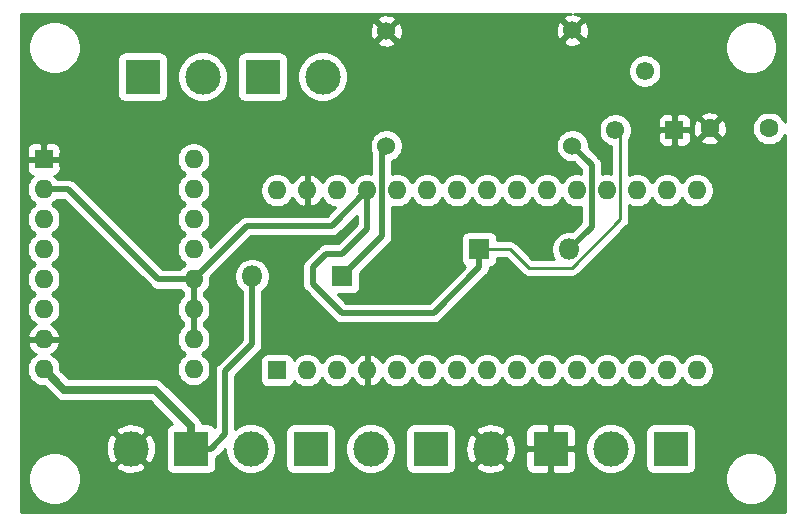
<source format=gbr>
%TF.GenerationSoftware,KiCad,Pcbnew,(5.1.6)-1*%
%TF.CreationDate,2021-06-26T17:30:22+02:00*%
%TF.ProjectId,turnTableDriver,7475726e-5461-4626-9c65-447269766572,rev?*%
%TF.SameCoordinates,Original*%
%TF.FileFunction,Copper,L1,Top*%
%TF.FilePolarity,Positive*%
%FSLAX46Y46*%
G04 Gerber Fmt 4.6, Leading zero omitted, Abs format (unit mm)*
G04 Created by KiCad (PCBNEW (5.1.6)-1) date 2021-06-26 17:30:22*
%MOMM*%
%LPD*%
G01*
G04 APERTURE LIST*
%TA.AperFunction,ComponentPad*%
%ADD10C,1.600000*%
%TD*%
%TA.AperFunction,ComponentPad*%
%ADD11C,1.550000*%
%TD*%
%TA.AperFunction,ComponentPad*%
%ADD12R,1.550000X1.550000*%
%TD*%
%TA.AperFunction,ComponentPad*%
%ADD13C,3.000000*%
%TD*%
%TA.AperFunction,ComponentPad*%
%ADD14R,3.000000X3.000000*%
%TD*%
%TA.AperFunction,ComponentPad*%
%ADD15C,1.524000*%
%TD*%
%TA.AperFunction,ComponentPad*%
%ADD16O,1.800000X1.800000*%
%TD*%
%TA.AperFunction,ComponentPad*%
%ADD17R,1.800000X1.800000*%
%TD*%
%TA.AperFunction,ComponentPad*%
%ADD18O,1.600000X1.600000*%
%TD*%
%TA.AperFunction,ComponentPad*%
%ADD19R,1.600000X1.600000*%
%TD*%
%TA.AperFunction,ViaPad*%
%ADD20C,0.800000*%
%TD*%
%TA.AperFunction,Conductor*%
%ADD21C,0.500000*%
%TD*%
%TA.AperFunction,Conductor*%
%ADD22C,0.250000*%
%TD*%
%TA.AperFunction,Conductor*%
%ADD23C,0.700000*%
%TD*%
%TA.AperFunction,Conductor*%
%ADD24C,0.254000*%
%TD*%
G04 APERTURE END LIST*
D10*
%TO.P,C1,2*%
%TO.N,GND*%
X108093500Y-63500000D03*
%TO.P,C1,1*%
%TO.N,Net-(A1-Pad19)*%
X113093500Y-63500000D03*
%TD*%
D11*
%TO.P,RV1,2*%
%TO.N,Net-(A1-Pad19)*%
X102595000Y-58629500D03*
D12*
%TO.P,RV1,1*%
%TO.N,GND*%
X105095000Y-63629500D03*
D11*
%TO.P,RV1,3*%
%TO.N,+5V*%
X100095000Y-63629500D03*
%TD*%
D13*
%TO.P,J7,2*%
%TO.N,Net-(A2-Pad6)*%
X75311000Y-59118500D03*
D14*
%TO.P,J7,1*%
%TO.N,Net-(A2-Pad5)*%
X70231000Y-59118500D03*
%TD*%
D13*
%TO.P,J6,2*%
%TO.N,Net-(A2-Pad4)*%
X65151000Y-59118500D03*
D14*
%TO.P,J6,1*%
%TO.N,Net-(A2-Pad3)*%
X60071000Y-59118500D03*
%TD*%
D13*
%TO.P,J5,2*%
%TO.N,GND*%
X59082000Y-90614500D03*
D14*
%TO.P,J5,1*%
%TO.N,+12V*%
X64162000Y-90614500D03*
%TD*%
D13*
%TO.P,J4,2*%
%TO.N,/sensor*%
X99703000Y-90614500D03*
D14*
%TO.P,J4,1*%
%TO.N,/5v*%
X104783000Y-90614500D03*
%TD*%
D13*
%TO.P,J3,2*%
%TO.N,GND*%
X89543000Y-90614500D03*
D14*
%TO.P,J3,1*%
X94623000Y-90614500D03*
%TD*%
D13*
%TO.P,J2,2*%
%TO.N,/CCW*%
X79383000Y-90614500D03*
D14*
%TO.P,J2,1*%
%TO.N,/CW*%
X84463000Y-90614500D03*
%TD*%
D13*
%TO.P,J1,2*%
%TO.N,/mode*%
X69223000Y-90614500D03*
D14*
%TO.P,J1,1*%
%TO.N,/store*%
X74303000Y-90614500D03*
%TD*%
D15*
%TO.P,DC-DC1,4*%
%TO.N,GND*%
X96456500Y-55181500D03*
%TO.P,DC-DC1,3*%
%TO.N,Net-(D2-Pad2)*%
X96456500Y-64960500D03*
%TO.P,DC-DC1,2*%
%TO.N,GND*%
X80708500Y-55245000D03*
%TO.P,DC-DC1,1*%
%TO.N,Net-(D1-Pad1)*%
X80708500Y-64960500D03*
%TD*%
D16*
%TO.P,D2,2*%
%TO.N,Net-(D2-Pad2)*%
X96202500Y-73723500D03*
D17*
%TO.P,D2,1*%
%TO.N,+5V*%
X88582500Y-73723500D03*
%TD*%
D16*
%TO.P,D1,2*%
%TO.N,+12V*%
X69342000Y-76009500D03*
D17*
%TO.P,D1,1*%
%TO.N,Net-(D1-Pad1)*%
X76962000Y-76009500D03*
%TD*%
D18*
%TO.P,A2,16*%
%TO.N,/dir*%
X64389000Y-66103500D03*
%TO.P,A2,8*%
%TO.N,+12V*%
X51689000Y-83883500D03*
%TO.P,A2,15*%
%TO.N,/step*%
X64389000Y-68643500D03*
%TO.P,A2,7*%
%TO.N,GND*%
X51689000Y-81343500D03*
%TO.P,A2,14*%
%TO.N,Net-(A2-Pad13)*%
X64389000Y-71183500D03*
%TO.P,A2,6*%
%TO.N,Net-(A2-Pad6)*%
X51689000Y-78803500D03*
%TO.P,A2,13*%
%TO.N,Net-(A2-Pad13)*%
X64389000Y-73723500D03*
%TO.P,A2,5*%
%TO.N,Net-(A2-Pad5)*%
X51689000Y-76263500D03*
%TO.P,A2,12*%
%TO.N,+5V*%
X64389000Y-76263500D03*
%TO.P,A2,4*%
%TO.N,Net-(A2-Pad4)*%
X51689000Y-73723500D03*
%TO.P,A2,11*%
%TO.N,+5V*%
X64389000Y-78803500D03*
%TO.P,A2,3*%
%TO.N,Net-(A2-Pad3)*%
X51689000Y-71183500D03*
%TO.P,A2,10*%
%TO.N,+5V*%
X64389000Y-81343500D03*
%TO.P,A2,2*%
X51689000Y-68643500D03*
%TO.P,A2,9*%
%TO.N,/enable*%
X64389000Y-83883500D03*
D19*
%TO.P,A2,1*%
%TO.N,GND*%
X51689000Y-66103500D03*
%TD*%
D18*
%TO.P,A1,16*%
%TO.N,Net-(A1-Pad16)*%
X107028000Y-68738500D03*
%TO.P,A1,15*%
%TO.N,Net-(A1-Pad15)*%
X107028000Y-83978500D03*
%TO.P,A1,30*%
%TO.N,Net-(A1-Pad30)*%
X71468000Y-68738500D03*
%TO.P,A1,14*%
%TO.N,Net-(A1-Pad14)*%
X104488000Y-83978500D03*
%TO.P,A1,29*%
%TO.N,GND*%
X74008000Y-68738500D03*
%TO.P,A1,13*%
%TO.N,Net-(A1-Pad13)*%
X101948000Y-83978500D03*
%TO.P,A1,28*%
%TO.N,Net-(A1-Pad28)*%
X76548000Y-68738500D03*
%TO.P,A1,12*%
%TO.N,/enable*%
X99408000Y-83978500D03*
%TO.P,A1,27*%
%TO.N,+5V*%
X79088000Y-68738500D03*
%TO.P,A1,11*%
%TO.N,/dir*%
X96868000Y-83978500D03*
%TO.P,A1,26*%
%TO.N,Net-(A1-Pad26)*%
X81628000Y-68738500D03*
%TO.P,A1,10*%
%TO.N,/step*%
X94328000Y-83978500D03*
%TO.P,A1,25*%
%TO.N,Net-(A1-Pad25)*%
X84168000Y-68738500D03*
%TO.P,A1,9*%
%TO.N,/sensor*%
X91788000Y-83978500D03*
%TO.P,A1,24*%
%TO.N,Net-(A1-Pad24)*%
X86708000Y-68738500D03*
%TO.P,A1,8*%
%TO.N,/CW*%
X89248000Y-83978500D03*
%TO.P,A1,23*%
%TO.N,Net-(A1-Pad23)*%
X89248000Y-68738500D03*
%TO.P,A1,7*%
%TO.N,/CCW*%
X86708000Y-83978500D03*
%TO.P,A1,22*%
%TO.N,Net-(A1-Pad22)*%
X91788000Y-68738500D03*
%TO.P,A1,6*%
%TO.N,/store*%
X84168000Y-83978500D03*
%TO.P,A1,21*%
%TO.N,Net-(A1-Pad21)*%
X94328000Y-68738500D03*
%TO.P,A1,5*%
%TO.N,/mode*%
X81628000Y-83978500D03*
%TO.P,A1,20*%
%TO.N,Net-(A1-Pad20)*%
X96868000Y-68738500D03*
%TO.P,A1,4*%
%TO.N,GND*%
X79088000Y-83978500D03*
%TO.P,A1,19*%
%TO.N,Net-(A1-Pad19)*%
X99408000Y-68738500D03*
%TO.P,A1,3*%
%TO.N,Net-(A1-Pad3)*%
X76548000Y-83978500D03*
%TO.P,A1,18*%
%TO.N,Net-(A1-Pad18)*%
X101948000Y-68738500D03*
%TO.P,A1,2*%
%TO.N,Net-(A1-Pad2)*%
X74008000Y-83978500D03*
%TO.P,A1,17*%
%TO.N,Net-(A1-Pad17)*%
X104488000Y-68738500D03*
D19*
%TO.P,A1,1*%
%TO.N,Net-(A1-Pad1)*%
X71468000Y-83978500D03*
%TD*%
D20*
%TO.N,GND*%
X56832500Y-55181500D03*
X56451500Y-78486000D03*
X60198000Y-69723000D03*
X73850500Y-65341500D03*
X72453500Y-76073000D03*
X82550000Y-75819000D03*
X94234000Y-78549500D03*
X107823000Y-79629000D03*
X109347000Y-73469500D03*
X113474500Y-66865500D03*
X113093500Y-88519000D03*
X105283000Y-93662500D03*
X81597500Y-93408500D03*
X72580500Y-93472000D03*
X51498500Y-88138000D03*
X50165000Y-62357000D03*
X83756500Y-73025000D03*
%TD*%
D21*
%TO.N,+5V*%
X64389000Y-81343500D02*
X64389000Y-76263500D01*
X64389000Y-76263500D02*
X61404500Y-76263500D01*
X53784500Y-68643500D02*
X51689000Y-68643500D01*
X61404500Y-76263500D02*
X53784500Y-68643500D01*
X64389000Y-76263500D02*
X68897500Y-71755000D01*
X76071500Y-71755000D02*
X79088000Y-68738500D01*
X68897500Y-71755000D02*
X76071500Y-71755000D01*
X88582500Y-75247500D02*
X88582500Y-73723500D01*
X84709000Y-79121000D02*
X88582500Y-75247500D01*
D22*
X100533001Y-71206001D02*
X96428002Y-75311000D01*
X100095000Y-63629500D02*
X100533001Y-64067501D01*
X100533001Y-64067501D02*
X100533001Y-71206001D01*
X96428002Y-75311000D02*
X92773500Y-75311000D01*
X91186000Y-73723500D02*
X88582500Y-73723500D01*
X92773500Y-75311000D02*
X91186000Y-73723500D01*
D21*
X79088000Y-68738500D02*
X79088000Y-71978500D01*
X79088000Y-71978500D02*
X76962000Y-74104500D01*
X76962000Y-74104500D02*
X75628500Y-74104500D01*
X75628500Y-74104500D02*
X74485500Y-75247500D01*
X74485500Y-76644500D02*
X76962000Y-79121000D01*
X74485500Y-75247500D02*
X74485500Y-76644500D01*
X76962000Y-79121000D02*
X84709000Y-79121000D01*
D23*
%TO.N,+12V*%
X64162000Y-90614500D02*
X64162000Y-88696500D01*
X64162000Y-88696500D02*
X61095000Y-85629500D01*
X53435000Y-85629500D02*
X51689000Y-83883500D01*
X61095000Y-85629500D02*
X53435000Y-85629500D01*
D21*
X64162000Y-90614500D02*
X65849500Y-90614500D01*
X65849500Y-90614500D02*
X67056000Y-89408000D01*
X67056000Y-84074000D02*
X69342000Y-81788000D01*
X69342000Y-76009500D02*
X69342000Y-81788000D01*
X67056000Y-89408000D02*
X67056000Y-84074000D01*
%TO.N,Net-(D1-Pad1)*%
X76962000Y-76009500D02*
X80338001Y-72633499D01*
X80338001Y-68061499D02*
X80338001Y-65330999D01*
X80338001Y-65330999D02*
X80708500Y-64960500D01*
X80338001Y-72633499D02*
X80338001Y-68061499D01*
%TO.N,Net-(D2-Pad2)*%
X96202500Y-73723500D02*
X98118001Y-71807999D01*
X98118001Y-66622001D02*
X98118001Y-67384001D01*
X96456500Y-64960500D02*
X98118001Y-66622001D01*
X98118001Y-71807999D02*
X98118001Y-67384001D01*
%TD*%
D24*
%TO.N,GND*%
G36*
X96112367Y-53820578D02*
G01*
X95853477Y-53913864D01*
X95737520Y-53975844D01*
X95670540Y-54215935D01*
X96456500Y-55001895D01*
X97242460Y-54215935D01*
X97175480Y-53975844D01*
X96926452Y-53858744D01*
X96659365Y-53792477D01*
X96595865Y-53789500D01*
X114435001Y-53789500D01*
X114435001Y-62988835D01*
X114365180Y-62820273D01*
X114208137Y-62585241D01*
X114008259Y-62385363D01*
X113773227Y-62228320D01*
X113512074Y-62120147D01*
X113234835Y-62065000D01*
X112952165Y-62065000D01*
X112674926Y-62120147D01*
X112413773Y-62228320D01*
X112178741Y-62385363D01*
X111978863Y-62585241D01*
X111821820Y-62820273D01*
X111713647Y-63081426D01*
X111658500Y-63358665D01*
X111658500Y-63641335D01*
X111713647Y-63918574D01*
X111821820Y-64179727D01*
X111978863Y-64414759D01*
X112178741Y-64614637D01*
X112413773Y-64771680D01*
X112674926Y-64879853D01*
X112952165Y-64935000D01*
X113234835Y-64935000D01*
X113512074Y-64879853D01*
X113773227Y-64771680D01*
X114008259Y-64614637D01*
X114208137Y-64414759D01*
X114365180Y-64179727D01*
X114435001Y-64011165D01*
X114435000Y-95969500D01*
X49755000Y-95969500D01*
X49755000Y-92909372D01*
X50360000Y-92909372D01*
X50360000Y-93349628D01*
X50445890Y-93781425D01*
X50614369Y-94188169D01*
X50858962Y-94554229D01*
X51170271Y-94865538D01*
X51536331Y-95110131D01*
X51943075Y-95278610D01*
X52374872Y-95364500D01*
X52815128Y-95364500D01*
X53246925Y-95278610D01*
X53653669Y-95110131D01*
X54019729Y-94865538D01*
X54331038Y-94554229D01*
X54575631Y-94188169D01*
X54744110Y-93781425D01*
X54830000Y-93349628D01*
X54830000Y-92909372D01*
X109360000Y-92909372D01*
X109360000Y-93349628D01*
X109445890Y-93781425D01*
X109614369Y-94188169D01*
X109858962Y-94554229D01*
X110170271Y-94865538D01*
X110536331Y-95110131D01*
X110943075Y-95278610D01*
X111374872Y-95364500D01*
X111815128Y-95364500D01*
X112246925Y-95278610D01*
X112653669Y-95110131D01*
X113019729Y-94865538D01*
X113331038Y-94554229D01*
X113575631Y-94188169D01*
X113744110Y-93781425D01*
X113830000Y-93349628D01*
X113830000Y-92909372D01*
X113744110Y-92477575D01*
X113575631Y-92070831D01*
X113331038Y-91704771D01*
X113019729Y-91393462D01*
X112653669Y-91148869D01*
X112246925Y-90980390D01*
X111815128Y-90894500D01*
X111374872Y-90894500D01*
X110943075Y-90980390D01*
X110536331Y-91148869D01*
X110170271Y-91393462D01*
X109858962Y-91704771D01*
X109614369Y-92070831D01*
X109445890Y-92477575D01*
X109360000Y-92909372D01*
X54830000Y-92909372D01*
X54744110Y-92477575D01*
X54590262Y-92106153D01*
X57769952Y-92106153D01*
X57925962Y-92421714D01*
X58300745Y-92612520D01*
X58705551Y-92726544D01*
X59124824Y-92759402D01*
X59542451Y-92709834D01*
X59942383Y-92579743D01*
X60238038Y-92421714D01*
X60394048Y-92106153D01*
X59082000Y-90794105D01*
X57769952Y-92106153D01*
X54590262Y-92106153D01*
X54575631Y-92070831D01*
X54331038Y-91704771D01*
X54019729Y-91393462D01*
X53653669Y-91148869D01*
X53246925Y-90980390D01*
X52815128Y-90894500D01*
X52374872Y-90894500D01*
X51943075Y-90980390D01*
X51536331Y-91148869D01*
X51170271Y-91393462D01*
X50858962Y-91704771D01*
X50614369Y-92070831D01*
X50445890Y-92477575D01*
X50360000Y-92909372D01*
X49755000Y-92909372D01*
X49755000Y-90657324D01*
X56937098Y-90657324D01*
X56986666Y-91074951D01*
X57116757Y-91474883D01*
X57274786Y-91770538D01*
X57590347Y-91926548D01*
X58902395Y-90614500D01*
X59261605Y-90614500D01*
X60573653Y-91926548D01*
X60889214Y-91770538D01*
X61080020Y-91395755D01*
X61194044Y-90990949D01*
X61226902Y-90571676D01*
X61177334Y-90154049D01*
X61047243Y-89754117D01*
X60889214Y-89458462D01*
X60573653Y-89302452D01*
X59261605Y-90614500D01*
X58902395Y-90614500D01*
X57590347Y-89302452D01*
X57274786Y-89458462D01*
X57083980Y-89833245D01*
X56969956Y-90238051D01*
X56937098Y-90657324D01*
X49755000Y-90657324D01*
X49755000Y-89122847D01*
X57769952Y-89122847D01*
X59082000Y-90434895D01*
X60394048Y-89122847D01*
X60238038Y-88807286D01*
X59863255Y-88616480D01*
X59458449Y-88502456D01*
X59039176Y-88469598D01*
X58621549Y-88519166D01*
X58221617Y-88649257D01*
X57925962Y-88807286D01*
X57769952Y-89122847D01*
X49755000Y-89122847D01*
X49755000Y-83742165D01*
X50254000Y-83742165D01*
X50254000Y-84024835D01*
X50309147Y-84302074D01*
X50417320Y-84563227D01*
X50574363Y-84798259D01*
X50774241Y-84998137D01*
X51009273Y-85155180D01*
X51270426Y-85263353D01*
X51547665Y-85318500D01*
X51731000Y-85318500D01*
X52704289Y-86291790D01*
X52735130Y-86329370D01*
X52885116Y-86452460D01*
X53056233Y-86543924D01*
X53241906Y-86600247D01*
X53435000Y-86619265D01*
X53483380Y-86614500D01*
X60687000Y-86614500D01*
X62559065Y-88486566D01*
X62537518Y-88488688D01*
X62417820Y-88524998D01*
X62307506Y-88583963D01*
X62210815Y-88663315D01*
X62131463Y-88760006D01*
X62072498Y-88870320D01*
X62036188Y-88990018D01*
X62023928Y-89114500D01*
X62023928Y-92114500D01*
X62036188Y-92238982D01*
X62072498Y-92358680D01*
X62131463Y-92468994D01*
X62210815Y-92565685D01*
X62307506Y-92645037D01*
X62417820Y-92704002D01*
X62537518Y-92740312D01*
X62662000Y-92752572D01*
X65662000Y-92752572D01*
X65786482Y-92740312D01*
X65906180Y-92704002D01*
X66016494Y-92645037D01*
X66113185Y-92565685D01*
X66192537Y-92468994D01*
X66251502Y-92358680D01*
X66287812Y-92238982D01*
X66300072Y-92114500D01*
X66300072Y-91377155D01*
X66343559Y-91353911D01*
X66478317Y-91243317D01*
X66506034Y-91209544D01*
X67088000Y-90627579D01*
X67088000Y-90824779D01*
X67170047Y-91237256D01*
X67330988Y-91625802D01*
X67564637Y-91975483D01*
X67862017Y-92272863D01*
X68211698Y-92506512D01*
X68600244Y-92667453D01*
X69012721Y-92749500D01*
X69433279Y-92749500D01*
X69845756Y-92667453D01*
X70234302Y-92506512D01*
X70583983Y-92272863D01*
X70881363Y-91975483D01*
X71115012Y-91625802D01*
X71275953Y-91237256D01*
X71358000Y-90824779D01*
X71358000Y-90404221D01*
X71275953Y-89991744D01*
X71115012Y-89603198D01*
X70881363Y-89253517D01*
X70742346Y-89114500D01*
X72164928Y-89114500D01*
X72164928Y-92114500D01*
X72177188Y-92238982D01*
X72213498Y-92358680D01*
X72272463Y-92468994D01*
X72351815Y-92565685D01*
X72448506Y-92645037D01*
X72558820Y-92704002D01*
X72678518Y-92740312D01*
X72803000Y-92752572D01*
X75803000Y-92752572D01*
X75927482Y-92740312D01*
X76047180Y-92704002D01*
X76157494Y-92645037D01*
X76254185Y-92565685D01*
X76333537Y-92468994D01*
X76392502Y-92358680D01*
X76428812Y-92238982D01*
X76441072Y-92114500D01*
X76441072Y-90404221D01*
X77248000Y-90404221D01*
X77248000Y-90824779D01*
X77330047Y-91237256D01*
X77490988Y-91625802D01*
X77724637Y-91975483D01*
X78022017Y-92272863D01*
X78371698Y-92506512D01*
X78760244Y-92667453D01*
X79172721Y-92749500D01*
X79593279Y-92749500D01*
X80005756Y-92667453D01*
X80394302Y-92506512D01*
X80743983Y-92272863D01*
X81041363Y-91975483D01*
X81275012Y-91625802D01*
X81435953Y-91237256D01*
X81518000Y-90824779D01*
X81518000Y-90404221D01*
X81435953Y-89991744D01*
X81275012Y-89603198D01*
X81041363Y-89253517D01*
X80902346Y-89114500D01*
X82324928Y-89114500D01*
X82324928Y-92114500D01*
X82337188Y-92238982D01*
X82373498Y-92358680D01*
X82432463Y-92468994D01*
X82511815Y-92565685D01*
X82608506Y-92645037D01*
X82718820Y-92704002D01*
X82838518Y-92740312D01*
X82963000Y-92752572D01*
X85963000Y-92752572D01*
X86087482Y-92740312D01*
X86207180Y-92704002D01*
X86317494Y-92645037D01*
X86414185Y-92565685D01*
X86493537Y-92468994D01*
X86552502Y-92358680D01*
X86588812Y-92238982D01*
X86601072Y-92114500D01*
X86601072Y-92106153D01*
X88230952Y-92106153D01*
X88386962Y-92421714D01*
X88761745Y-92612520D01*
X89166551Y-92726544D01*
X89585824Y-92759402D01*
X90003451Y-92709834D01*
X90403383Y-92579743D01*
X90699038Y-92421714D01*
X90850921Y-92114500D01*
X92484928Y-92114500D01*
X92497188Y-92238982D01*
X92533498Y-92358680D01*
X92592463Y-92468994D01*
X92671815Y-92565685D01*
X92768506Y-92645037D01*
X92878820Y-92704002D01*
X92998518Y-92740312D01*
X93123000Y-92752572D01*
X94337250Y-92749500D01*
X94496000Y-92590750D01*
X94496000Y-90741500D01*
X94750000Y-90741500D01*
X94750000Y-92590750D01*
X94908750Y-92749500D01*
X96123000Y-92752572D01*
X96247482Y-92740312D01*
X96367180Y-92704002D01*
X96477494Y-92645037D01*
X96574185Y-92565685D01*
X96653537Y-92468994D01*
X96712502Y-92358680D01*
X96748812Y-92238982D01*
X96761072Y-92114500D01*
X96758000Y-90900250D01*
X96599250Y-90741500D01*
X94750000Y-90741500D01*
X94496000Y-90741500D01*
X92646750Y-90741500D01*
X92488000Y-90900250D01*
X92484928Y-92114500D01*
X90850921Y-92114500D01*
X90855048Y-92106153D01*
X89543000Y-90794105D01*
X88230952Y-92106153D01*
X86601072Y-92106153D01*
X86601072Y-90657324D01*
X87398098Y-90657324D01*
X87447666Y-91074951D01*
X87577757Y-91474883D01*
X87735786Y-91770538D01*
X88051347Y-91926548D01*
X89363395Y-90614500D01*
X89722605Y-90614500D01*
X91034653Y-91926548D01*
X91350214Y-91770538D01*
X91541020Y-91395755D01*
X91655044Y-90990949D01*
X91687902Y-90571676D01*
X91638334Y-90154049D01*
X91508243Y-89754117D01*
X91350214Y-89458462D01*
X91034653Y-89302452D01*
X89722605Y-90614500D01*
X89363395Y-90614500D01*
X88051347Y-89302452D01*
X87735786Y-89458462D01*
X87544980Y-89833245D01*
X87430956Y-90238051D01*
X87398098Y-90657324D01*
X86601072Y-90657324D01*
X86601072Y-89122847D01*
X88230952Y-89122847D01*
X89543000Y-90434895D01*
X90855048Y-89122847D01*
X90850922Y-89114500D01*
X92484928Y-89114500D01*
X92488000Y-90328750D01*
X92646750Y-90487500D01*
X94496000Y-90487500D01*
X94496000Y-88638250D01*
X94750000Y-88638250D01*
X94750000Y-90487500D01*
X96599250Y-90487500D01*
X96682529Y-90404221D01*
X97568000Y-90404221D01*
X97568000Y-90824779D01*
X97650047Y-91237256D01*
X97810988Y-91625802D01*
X98044637Y-91975483D01*
X98342017Y-92272863D01*
X98691698Y-92506512D01*
X99080244Y-92667453D01*
X99492721Y-92749500D01*
X99913279Y-92749500D01*
X100325756Y-92667453D01*
X100714302Y-92506512D01*
X101063983Y-92272863D01*
X101361363Y-91975483D01*
X101595012Y-91625802D01*
X101755953Y-91237256D01*
X101838000Y-90824779D01*
X101838000Y-90404221D01*
X101755953Y-89991744D01*
X101595012Y-89603198D01*
X101361363Y-89253517D01*
X101222346Y-89114500D01*
X102644928Y-89114500D01*
X102644928Y-92114500D01*
X102657188Y-92238982D01*
X102693498Y-92358680D01*
X102752463Y-92468994D01*
X102831815Y-92565685D01*
X102928506Y-92645037D01*
X103038820Y-92704002D01*
X103158518Y-92740312D01*
X103283000Y-92752572D01*
X106283000Y-92752572D01*
X106407482Y-92740312D01*
X106527180Y-92704002D01*
X106637494Y-92645037D01*
X106734185Y-92565685D01*
X106813537Y-92468994D01*
X106872502Y-92358680D01*
X106908812Y-92238982D01*
X106921072Y-92114500D01*
X106921072Y-89114500D01*
X106908812Y-88990018D01*
X106872502Y-88870320D01*
X106813537Y-88760006D01*
X106734185Y-88663315D01*
X106637494Y-88583963D01*
X106527180Y-88524998D01*
X106407482Y-88488688D01*
X106283000Y-88476428D01*
X103283000Y-88476428D01*
X103158518Y-88488688D01*
X103038820Y-88524998D01*
X102928506Y-88583963D01*
X102831815Y-88663315D01*
X102752463Y-88760006D01*
X102693498Y-88870320D01*
X102657188Y-88990018D01*
X102644928Y-89114500D01*
X101222346Y-89114500D01*
X101063983Y-88956137D01*
X100714302Y-88722488D01*
X100325756Y-88561547D01*
X99913279Y-88479500D01*
X99492721Y-88479500D01*
X99080244Y-88561547D01*
X98691698Y-88722488D01*
X98342017Y-88956137D01*
X98044637Y-89253517D01*
X97810988Y-89603198D01*
X97650047Y-89991744D01*
X97568000Y-90404221D01*
X96682529Y-90404221D01*
X96758000Y-90328750D01*
X96761072Y-89114500D01*
X96748812Y-88990018D01*
X96712502Y-88870320D01*
X96653537Y-88760006D01*
X96574185Y-88663315D01*
X96477494Y-88583963D01*
X96367180Y-88524998D01*
X96247482Y-88488688D01*
X96123000Y-88476428D01*
X94908750Y-88479500D01*
X94750000Y-88638250D01*
X94496000Y-88638250D01*
X94337250Y-88479500D01*
X93123000Y-88476428D01*
X92998518Y-88488688D01*
X92878820Y-88524998D01*
X92768506Y-88583963D01*
X92671815Y-88663315D01*
X92592463Y-88760006D01*
X92533498Y-88870320D01*
X92497188Y-88990018D01*
X92484928Y-89114500D01*
X90850922Y-89114500D01*
X90699038Y-88807286D01*
X90324255Y-88616480D01*
X89919449Y-88502456D01*
X89500176Y-88469598D01*
X89082549Y-88519166D01*
X88682617Y-88649257D01*
X88386962Y-88807286D01*
X88230952Y-89122847D01*
X86601072Y-89122847D01*
X86601072Y-89114500D01*
X86588812Y-88990018D01*
X86552502Y-88870320D01*
X86493537Y-88760006D01*
X86414185Y-88663315D01*
X86317494Y-88583963D01*
X86207180Y-88524998D01*
X86087482Y-88488688D01*
X85963000Y-88476428D01*
X82963000Y-88476428D01*
X82838518Y-88488688D01*
X82718820Y-88524998D01*
X82608506Y-88583963D01*
X82511815Y-88663315D01*
X82432463Y-88760006D01*
X82373498Y-88870320D01*
X82337188Y-88990018D01*
X82324928Y-89114500D01*
X80902346Y-89114500D01*
X80743983Y-88956137D01*
X80394302Y-88722488D01*
X80005756Y-88561547D01*
X79593279Y-88479500D01*
X79172721Y-88479500D01*
X78760244Y-88561547D01*
X78371698Y-88722488D01*
X78022017Y-88956137D01*
X77724637Y-89253517D01*
X77490988Y-89603198D01*
X77330047Y-89991744D01*
X77248000Y-90404221D01*
X76441072Y-90404221D01*
X76441072Y-89114500D01*
X76428812Y-88990018D01*
X76392502Y-88870320D01*
X76333537Y-88760006D01*
X76254185Y-88663315D01*
X76157494Y-88583963D01*
X76047180Y-88524998D01*
X75927482Y-88488688D01*
X75803000Y-88476428D01*
X72803000Y-88476428D01*
X72678518Y-88488688D01*
X72558820Y-88524998D01*
X72448506Y-88583963D01*
X72351815Y-88663315D01*
X72272463Y-88760006D01*
X72213498Y-88870320D01*
X72177188Y-88990018D01*
X72164928Y-89114500D01*
X70742346Y-89114500D01*
X70583983Y-88956137D01*
X70234302Y-88722488D01*
X69845756Y-88561547D01*
X69433279Y-88479500D01*
X69012721Y-88479500D01*
X68600244Y-88561547D01*
X68211698Y-88722488D01*
X67941000Y-88903362D01*
X67941000Y-84440578D01*
X69203078Y-83178500D01*
X70029928Y-83178500D01*
X70029928Y-84778500D01*
X70042188Y-84902982D01*
X70078498Y-85022680D01*
X70137463Y-85132994D01*
X70216815Y-85229685D01*
X70313506Y-85309037D01*
X70423820Y-85368002D01*
X70543518Y-85404312D01*
X70668000Y-85416572D01*
X72268000Y-85416572D01*
X72392482Y-85404312D01*
X72512180Y-85368002D01*
X72622494Y-85309037D01*
X72719185Y-85229685D01*
X72798537Y-85132994D01*
X72857502Y-85022680D01*
X72893812Y-84902982D01*
X72894643Y-84894539D01*
X73093241Y-85093137D01*
X73328273Y-85250180D01*
X73589426Y-85358353D01*
X73866665Y-85413500D01*
X74149335Y-85413500D01*
X74426574Y-85358353D01*
X74687727Y-85250180D01*
X74922759Y-85093137D01*
X75122637Y-84893259D01*
X75278000Y-84660741D01*
X75433363Y-84893259D01*
X75633241Y-85093137D01*
X75868273Y-85250180D01*
X76129426Y-85358353D01*
X76406665Y-85413500D01*
X76689335Y-85413500D01*
X76966574Y-85358353D01*
X77227727Y-85250180D01*
X77462759Y-85093137D01*
X77662637Y-84893259D01*
X77819680Y-84658227D01*
X77824067Y-84647635D01*
X77935615Y-84833631D01*
X78124586Y-85042019D01*
X78350580Y-85209537D01*
X78604913Y-85329746D01*
X78738961Y-85370404D01*
X78961000Y-85248415D01*
X78961000Y-84105500D01*
X78941000Y-84105500D01*
X78941000Y-83851500D01*
X78961000Y-83851500D01*
X78961000Y-82708585D01*
X79215000Y-82708585D01*
X79215000Y-83851500D01*
X79235000Y-83851500D01*
X79235000Y-84105500D01*
X79215000Y-84105500D01*
X79215000Y-85248415D01*
X79437039Y-85370404D01*
X79571087Y-85329746D01*
X79825420Y-85209537D01*
X80051414Y-85042019D01*
X80240385Y-84833631D01*
X80351933Y-84647635D01*
X80356320Y-84658227D01*
X80513363Y-84893259D01*
X80713241Y-85093137D01*
X80948273Y-85250180D01*
X81209426Y-85358353D01*
X81486665Y-85413500D01*
X81769335Y-85413500D01*
X82046574Y-85358353D01*
X82307727Y-85250180D01*
X82542759Y-85093137D01*
X82742637Y-84893259D01*
X82898000Y-84660741D01*
X83053363Y-84893259D01*
X83253241Y-85093137D01*
X83488273Y-85250180D01*
X83749426Y-85358353D01*
X84026665Y-85413500D01*
X84309335Y-85413500D01*
X84586574Y-85358353D01*
X84847727Y-85250180D01*
X85082759Y-85093137D01*
X85282637Y-84893259D01*
X85438000Y-84660741D01*
X85593363Y-84893259D01*
X85793241Y-85093137D01*
X86028273Y-85250180D01*
X86289426Y-85358353D01*
X86566665Y-85413500D01*
X86849335Y-85413500D01*
X87126574Y-85358353D01*
X87387727Y-85250180D01*
X87622759Y-85093137D01*
X87822637Y-84893259D01*
X87978000Y-84660741D01*
X88133363Y-84893259D01*
X88333241Y-85093137D01*
X88568273Y-85250180D01*
X88829426Y-85358353D01*
X89106665Y-85413500D01*
X89389335Y-85413500D01*
X89666574Y-85358353D01*
X89927727Y-85250180D01*
X90162759Y-85093137D01*
X90362637Y-84893259D01*
X90518000Y-84660741D01*
X90673363Y-84893259D01*
X90873241Y-85093137D01*
X91108273Y-85250180D01*
X91369426Y-85358353D01*
X91646665Y-85413500D01*
X91929335Y-85413500D01*
X92206574Y-85358353D01*
X92467727Y-85250180D01*
X92702759Y-85093137D01*
X92902637Y-84893259D01*
X93058000Y-84660741D01*
X93213363Y-84893259D01*
X93413241Y-85093137D01*
X93648273Y-85250180D01*
X93909426Y-85358353D01*
X94186665Y-85413500D01*
X94469335Y-85413500D01*
X94746574Y-85358353D01*
X95007727Y-85250180D01*
X95242759Y-85093137D01*
X95442637Y-84893259D01*
X95598000Y-84660741D01*
X95753363Y-84893259D01*
X95953241Y-85093137D01*
X96188273Y-85250180D01*
X96449426Y-85358353D01*
X96726665Y-85413500D01*
X97009335Y-85413500D01*
X97286574Y-85358353D01*
X97547727Y-85250180D01*
X97782759Y-85093137D01*
X97982637Y-84893259D01*
X98138000Y-84660741D01*
X98293363Y-84893259D01*
X98493241Y-85093137D01*
X98728273Y-85250180D01*
X98989426Y-85358353D01*
X99266665Y-85413500D01*
X99549335Y-85413500D01*
X99826574Y-85358353D01*
X100087727Y-85250180D01*
X100322759Y-85093137D01*
X100522637Y-84893259D01*
X100678000Y-84660741D01*
X100833363Y-84893259D01*
X101033241Y-85093137D01*
X101268273Y-85250180D01*
X101529426Y-85358353D01*
X101806665Y-85413500D01*
X102089335Y-85413500D01*
X102366574Y-85358353D01*
X102627727Y-85250180D01*
X102862759Y-85093137D01*
X103062637Y-84893259D01*
X103218000Y-84660741D01*
X103373363Y-84893259D01*
X103573241Y-85093137D01*
X103808273Y-85250180D01*
X104069426Y-85358353D01*
X104346665Y-85413500D01*
X104629335Y-85413500D01*
X104906574Y-85358353D01*
X105167727Y-85250180D01*
X105402759Y-85093137D01*
X105602637Y-84893259D01*
X105758000Y-84660741D01*
X105913363Y-84893259D01*
X106113241Y-85093137D01*
X106348273Y-85250180D01*
X106609426Y-85358353D01*
X106886665Y-85413500D01*
X107169335Y-85413500D01*
X107446574Y-85358353D01*
X107707727Y-85250180D01*
X107942759Y-85093137D01*
X108142637Y-84893259D01*
X108299680Y-84658227D01*
X108407853Y-84397074D01*
X108463000Y-84119835D01*
X108463000Y-83837165D01*
X108407853Y-83559926D01*
X108299680Y-83298773D01*
X108142637Y-83063741D01*
X107942759Y-82863863D01*
X107707727Y-82706820D01*
X107446574Y-82598647D01*
X107169335Y-82543500D01*
X106886665Y-82543500D01*
X106609426Y-82598647D01*
X106348273Y-82706820D01*
X106113241Y-82863863D01*
X105913363Y-83063741D01*
X105758000Y-83296259D01*
X105602637Y-83063741D01*
X105402759Y-82863863D01*
X105167727Y-82706820D01*
X104906574Y-82598647D01*
X104629335Y-82543500D01*
X104346665Y-82543500D01*
X104069426Y-82598647D01*
X103808273Y-82706820D01*
X103573241Y-82863863D01*
X103373363Y-83063741D01*
X103218000Y-83296259D01*
X103062637Y-83063741D01*
X102862759Y-82863863D01*
X102627727Y-82706820D01*
X102366574Y-82598647D01*
X102089335Y-82543500D01*
X101806665Y-82543500D01*
X101529426Y-82598647D01*
X101268273Y-82706820D01*
X101033241Y-82863863D01*
X100833363Y-83063741D01*
X100678000Y-83296259D01*
X100522637Y-83063741D01*
X100322759Y-82863863D01*
X100087727Y-82706820D01*
X99826574Y-82598647D01*
X99549335Y-82543500D01*
X99266665Y-82543500D01*
X98989426Y-82598647D01*
X98728273Y-82706820D01*
X98493241Y-82863863D01*
X98293363Y-83063741D01*
X98138000Y-83296259D01*
X97982637Y-83063741D01*
X97782759Y-82863863D01*
X97547727Y-82706820D01*
X97286574Y-82598647D01*
X97009335Y-82543500D01*
X96726665Y-82543500D01*
X96449426Y-82598647D01*
X96188273Y-82706820D01*
X95953241Y-82863863D01*
X95753363Y-83063741D01*
X95598000Y-83296259D01*
X95442637Y-83063741D01*
X95242759Y-82863863D01*
X95007727Y-82706820D01*
X94746574Y-82598647D01*
X94469335Y-82543500D01*
X94186665Y-82543500D01*
X93909426Y-82598647D01*
X93648273Y-82706820D01*
X93413241Y-82863863D01*
X93213363Y-83063741D01*
X93058000Y-83296259D01*
X92902637Y-83063741D01*
X92702759Y-82863863D01*
X92467727Y-82706820D01*
X92206574Y-82598647D01*
X91929335Y-82543500D01*
X91646665Y-82543500D01*
X91369426Y-82598647D01*
X91108273Y-82706820D01*
X90873241Y-82863863D01*
X90673363Y-83063741D01*
X90518000Y-83296259D01*
X90362637Y-83063741D01*
X90162759Y-82863863D01*
X89927727Y-82706820D01*
X89666574Y-82598647D01*
X89389335Y-82543500D01*
X89106665Y-82543500D01*
X88829426Y-82598647D01*
X88568273Y-82706820D01*
X88333241Y-82863863D01*
X88133363Y-83063741D01*
X87978000Y-83296259D01*
X87822637Y-83063741D01*
X87622759Y-82863863D01*
X87387727Y-82706820D01*
X87126574Y-82598647D01*
X86849335Y-82543500D01*
X86566665Y-82543500D01*
X86289426Y-82598647D01*
X86028273Y-82706820D01*
X85793241Y-82863863D01*
X85593363Y-83063741D01*
X85438000Y-83296259D01*
X85282637Y-83063741D01*
X85082759Y-82863863D01*
X84847727Y-82706820D01*
X84586574Y-82598647D01*
X84309335Y-82543500D01*
X84026665Y-82543500D01*
X83749426Y-82598647D01*
X83488273Y-82706820D01*
X83253241Y-82863863D01*
X83053363Y-83063741D01*
X82898000Y-83296259D01*
X82742637Y-83063741D01*
X82542759Y-82863863D01*
X82307727Y-82706820D01*
X82046574Y-82598647D01*
X81769335Y-82543500D01*
X81486665Y-82543500D01*
X81209426Y-82598647D01*
X80948273Y-82706820D01*
X80713241Y-82863863D01*
X80513363Y-83063741D01*
X80356320Y-83298773D01*
X80351933Y-83309365D01*
X80240385Y-83123369D01*
X80051414Y-82914981D01*
X79825420Y-82747463D01*
X79571087Y-82627254D01*
X79437039Y-82586596D01*
X79215000Y-82708585D01*
X78961000Y-82708585D01*
X78738961Y-82586596D01*
X78604913Y-82627254D01*
X78350580Y-82747463D01*
X78124586Y-82914981D01*
X77935615Y-83123369D01*
X77824067Y-83309365D01*
X77819680Y-83298773D01*
X77662637Y-83063741D01*
X77462759Y-82863863D01*
X77227727Y-82706820D01*
X76966574Y-82598647D01*
X76689335Y-82543500D01*
X76406665Y-82543500D01*
X76129426Y-82598647D01*
X75868273Y-82706820D01*
X75633241Y-82863863D01*
X75433363Y-83063741D01*
X75278000Y-83296259D01*
X75122637Y-83063741D01*
X74922759Y-82863863D01*
X74687727Y-82706820D01*
X74426574Y-82598647D01*
X74149335Y-82543500D01*
X73866665Y-82543500D01*
X73589426Y-82598647D01*
X73328273Y-82706820D01*
X73093241Y-82863863D01*
X72894643Y-83062461D01*
X72893812Y-83054018D01*
X72857502Y-82934320D01*
X72798537Y-82824006D01*
X72719185Y-82727315D01*
X72622494Y-82647963D01*
X72512180Y-82588998D01*
X72392482Y-82552688D01*
X72268000Y-82540428D01*
X70668000Y-82540428D01*
X70543518Y-82552688D01*
X70423820Y-82588998D01*
X70313506Y-82647963D01*
X70216815Y-82727315D01*
X70137463Y-82824006D01*
X70078498Y-82934320D01*
X70042188Y-83054018D01*
X70029928Y-83178500D01*
X69203078Y-83178500D01*
X69937049Y-82444530D01*
X69970817Y-82416817D01*
X70081411Y-82282059D01*
X70163589Y-82128313D01*
X70214195Y-81961490D01*
X70227000Y-81831477D01*
X70227000Y-81831467D01*
X70231281Y-81788001D01*
X70227000Y-81744535D01*
X70227000Y-77264290D01*
X70320505Y-77201812D01*
X70534312Y-76988005D01*
X70702299Y-76736595D01*
X70818011Y-76457243D01*
X70877000Y-76160684D01*
X70877000Y-75858316D01*
X70818011Y-75561757D01*
X70702299Y-75282405D01*
X70534312Y-75030995D01*
X70320505Y-74817188D01*
X70069095Y-74649201D01*
X69789743Y-74533489D01*
X69493184Y-74474500D01*
X69190816Y-74474500D01*
X68894257Y-74533489D01*
X68614905Y-74649201D01*
X68363495Y-74817188D01*
X68149688Y-75030995D01*
X67981701Y-75282405D01*
X67865989Y-75561757D01*
X67807000Y-75858316D01*
X67807000Y-76160684D01*
X67865989Y-76457243D01*
X67981701Y-76736595D01*
X68149688Y-76988005D01*
X68363495Y-77201812D01*
X68457000Y-77264290D01*
X68457001Y-81421420D01*
X66460951Y-83417471D01*
X66427184Y-83445183D01*
X66399471Y-83478951D01*
X66399468Y-83478954D01*
X66316590Y-83579941D01*
X66234412Y-83733687D01*
X66183805Y-83900510D01*
X66166719Y-84074000D01*
X66171001Y-84117479D01*
X66171000Y-88733763D01*
X66113185Y-88663315D01*
X66016494Y-88583963D01*
X65906180Y-88524998D01*
X65786482Y-88488688D01*
X65662000Y-88476428D01*
X65124563Y-88476428D01*
X65076424Y-88317733D01*
X64984960Y-88146616D01*
X64861870Y-87996630D01*
X64824290Y-87965789D01*
X61825716Y-84967216D01*
X61794870Y-84929630D01*
X61644884Y-84806540D01*
X61473767Y-84715076D01*
X61288094Y-84658753D01*
X61143380Y-84644500D01*
X61095000Y-84639735D01*
X61046620Y-84644500D01*
X53843001Y-84644500D01*
X53124000Y-83925500D01*
X53124000Y-83742165D01*
X53068853Y-83464926D01*
X52960680Y-83203773D01*
X52803637Y-82968741D01*
X52603759Y-82768863D01*
X52368727Y-82611820D01*
X52358135Y-82607433D01*
X52544131Y-82495885D01*
X52752519Y-82306914D01*
X52920037Y-82080920D01*
X53040246Y-81826587D01*
X53080904Y-81692539D01*
X52958915Y-81470500D01*
X51816000Y-81470500D01*
X51816000Y-81490500D01*
X51562000Y-81490500D01*
X51562000Y-81470500D01*
X50419085Y-81470500D01*
X50297096Y-81692539D01*
X50337754Y-81826587D01*
X50457963Y-82080920D01*
X50625481Y-82306914D01*
X50833869Y-82495885D01*
X51019865Y-82607433D01*
X51009273Y-82611820D01*
X50774241Y-82768863D01*
X50574363Y-82968741D01*
X50417320Y-83203773D01*
X50309147Y-83464926D01*
X50254000Y-83742165D01*
X49755000Y-83742165D01*
X49755000Y-66903500D01*
X50250928Y-66903500D01*
X50263188Y-67027982D01*
X50299498Y-67147680D01*
X50358463Y-67257994D01*
X50437815Y-67354685D01*
X50534506Y-67434037D01*
X50644820Y-67493002D01*
X50764518Y-67529312D01*
X50772961Y-67530143D01*
X50574363Y-67728741D01*
X50417320Y-67963773D01*
X50309147Y-68224926D01*
X50254000Y-68502165D01*
X50254000Y-68784835D01*
X50309147Y-69062074D01*
X50417320Y-69323227D01*
X50574363Y-69558259D01*
X50774241Y-69758137D01*
X51006759Y-69913500D01*
X50774241Y-70068863D01*
X50574363Y-70268741D01*
X50417320Y-70503773D01*
X50309147Y-70764926D01*
X50254000Y-71042165D01*
X50254000Y-71324835D01*
X50309147Y-71602074D01*
X50417320Y-71863227D01*
X50574363Y-72098259D01*
X50774241Y-72298137D01*
X51006759Y-72453500D01*
X50774241Y-72608863D01*
X50574363Y-72808741D01*
X50417320Y-73043773D01*
X50309147Y-73304926D01*
X50254000Y-73582165D01*
X50254000Y-73864835D01*
X50309147Y-74142074D01*
X50417320Y-74403227D01*
X50574363Y-74638259D01*
X50774241Y-74838137D01*
X51006759Y-74993500D01*
X50774241Y-75148863D01*
X50574363Y-75348741D01*
X50417320Y-75583773D01*
X50309147Y-75844926D01*
X50254000Y-76122165D01*
X50254000Y-76404835D01*
X50309147Y-76682074D01*
X50417320Y-76943227D01*
X50574363Y-77178259D01*
X50774241Y-77378137D01*
X51006759Y-77533500D01*
X50774241Y-77688863D01*
X50574363Y-77888741D01*
X50417320Y-78123773D01*
X50309147Y-78384926D01*
X50254000Y-78662165D01*
X50254000Y-78944835D01*
X50309147Y-79222074D01*
X50417320Y-79483227D01*
X50574363Y-79718259D01*
X50774241Y-79918137D01*
X51009273Y-80075180D01*
X51019865Y-80079567D01*
X50833869Y-80191115D01*
X50625481Y-80380086D01*
X50457963Y-80606080D01*
X50337754Y-80860413D01*
X50297096Y-80994461D01*
X50419085Y-81216500D01*
X51562000Y-81216500D01*
X51562000Y-81196500D01*
X51816000Y-81196500D01*
X51816000Y-81216500D01*
X52958915Y-81216500D01*
X53080904Y-80994461D01*
X53040246Y-80860413D01*
X52920037Y-80606080D01*
X52752519Y-80380086D01*
X52544131Y-80191115D01*
X52358135Y-80079567D01*
X52368727Y-80075180D01*
X52603759Y-79918137D01*
X52803637Y-79718259D01*
X52960680Y-79483227D01*
X53068853Y-79222074D01*
X53124000Y-78944835D01*
X53124000Y-78662165D01*
X53068853Y-78384926D01*
X52960680Y-78123773D01*
X52803637Y-77888741D01*
X52603759Y-77688863D01*
X52371241Y-77533500D01*
X52603759Y-77378137D01*
X52803637Y-77178259D01*
X52960680Y-76943227D01*
X53068853Y-76682074D01*
X53124000Y-76404835D01*
X53124000Y-76122165D01*
X53068853Y-75844926D01*
X52960680Y-75583773D01*
X52803637Y-75348741D01*
X52603759Y-75148863D01*
X52371241Y-74993500D01*
X52603759Y-74838137D01*
X52803637Y-74638259D01*
X52960680Y-74403227D01*
X53068853Y-74142074D01*
X53124000Y-73864835D01*
X53124000Y-73582165D01*
X53068853Y-73304926D01*
X52960680Y-73043773D01*
X52803637Y-72808741D01*
X52603759Y-72608863D01*
X52371241Y-72453500D01*
X52603759Y-72298137D01*
X52803637Y-72098259D01*
X52960680Y-71863227D01*
X53068853Y-71602074D01*
X53124000Y-71324835D01*
X53124000Y-71042165D01*
X53068853Y-70764926D01*
X52960680Y-70503773D01*
X52803637Y-70268741D01*
X52603759Y-70068863D01*
X52371241Y-69913500D01*
X52603759Y-69758137D01*
X52803637Y-69558259D01*
X52823521Y-69528500D01*
X53417922Y-69528500D01*
X60747970Y-76858549D01*
X60775683Y-76892317D01*
X60809451Y-76920030D01*
X60809453Y-76920032D01*
X60837716Y-76943227D01*
X60910441Y-77002911D01*
X61064187Y-77085089D01*
X61231010Y-77135695D01*
X61361023Y-77148500D01*
X61361033Y-77148500D01*
X61404499Y-77152781D01*
X61447965Y-77148500D01*
X63254479Y-77148500D01*
X63274363Y-77178259D01*
X63474241Y-77378137D01*
X63504001Y-77398022D01*
X63504001Y-77668978D01*
X63474241Y-77688863D01*
X63274363Y-77888741D01*
X63117320Y-78123773D01*
X63009147Y-78384926D01*
X62954000Y-78662165D01*
X62954000Y-78944835D01*
X63009147Y-79222074D01*
X63117320Y-79483227D01*
X63274363Y-79718259D01*
X63474241Y-79918137D01*
X63504000Y-79938021D01*
X63504000Y-80208979D01*
X63474241Y-80228863D01*
X63274363Y-80428741D01*
X63117320Y-80663773D01*
X63009147Y-80924926D01*
X62954000Y-81202165D01*
X62954000Y-81484835D01*
X63009147Y-81762074D01*
X63117320Y-82023227D01*
X63274363Y-82258259D01*
X63474241Y-82458137D01*
X63706759Y-82613500D01*
X63474241Y-82768863D01*
X63274363Y-82968741D01*
X63117320Y-83203773D01*
X63009147Y-83464926D01*
X62954000Y-83742165D01*
X62954000Y-84024835D01*
X63009147Y-84302074D01*
X63117320Y-84563227D01*
X63274363Y-84798259D01*
X63474241Y-84998137D01*
X63709273Y-85155180D01*
X63970426Y-85263353D01*
X64247665Y-85318500D01*
X64530335Y-85318500D01*
X64807574Y-85263353D01*
X65068727Y-85155180D01*
X65303759Y-84998137D01*
X65503637Y-84798259D01*
X65660680Y-84563227D01*
X65768853Y-84302074D01*
X65824000Y-84024835D01*
X65824000Y-83742165D01*
X65768853Y-83464926D01*
X65660680Y-83203773D01*
X65503637Y-82968741D01*
X65303759Y-82768863D01*
X65071241Y-82613500D01*
X65303759Y-82458137D01*
X65503637Y-82258259D01*
X65660680Y-82023227D01*
X65768853Y-81762074D01*
X65824000Y-81484835D01*
X65824000Y-81202165D01*
X65768853Y-80924926D01*
X65660680Y-80663773D01*
X65503637Y-80428741D01*
X65303759Y-80228863D01*
X65274000Y-80208979D01*
X65274000Y-79938021D01*
X65303759Y-79918137D01*
X65503637Y-79718259D01*
X65660680Y-79483227D01*
X65768853Y-79222074D01*
X65824000Y-78944835D01*
X65824000Y-78662165D01*
X65768853Y-78384926D01*
X65660680Y-78123773D01*
X65503637Y-77888741D01*
X65303759Y-77688863D01*
X65274000Y-77668979D01*
X65274000Y-77398021D01*
X65303759Y-77378137D01*
X65503637Y-77178259D01*
X65660680Y-76943227D01*
X65768853Y-76682074D01*
X65824000Y-76404835D01*
X65824000Y-76122165D01*
X65817017Y-76087061D01*
X69264079Y-72640000D01*
X76028031Y-72640000D01*
X76071500Y-72644281D01*
X76114969Y-72640000D01*
X76114977Y-72640000D01*
X76244990Y-72627195D01*
X76411813Y-72576589D01*
X76565559Y-72494411D01*
X76700317Y-72383817D01*
X76728034Y-72350044D01*
X78203001Y-70875078D01*
X78203001Y-71611920D01*
X76595422Y-73219500D01*
X75671965Y-73219500D01*
X75628499Y-73215219D01*
X75585033Y-73219500D01*
X75585023Y-73219500D01*
X75455010Y-73232305D01*
X75288187Y-73282911D01*
X75134441Y-73365089D01*
X75134439Y-73365090D01*
X75134440Y-73365090D01*
X75033453Y-73447968D01*
X75033451Y-73447970D01*
X74999683Y-73475683D01*
X74971970Y-73509451D01*
X73890456Y-74590966D01*
X73856683Y-74618683D01*
X73746089Y-74753442D01*
X73663911Y-74907188D01*
X73613305Y-75074011D01*
X73600500Y-75204024D01*
X73600500Y-75204031D01*
X73596219Y-75247500D01*
X73600500Y-75290970D01*
X73600501Y-76601021D01*
X73596219Y-76644500D01*
X73613305Y-76817990D01*
X73663912Y-76984813D01*
X73746090Y-77138559D01*
X73828968Y-77239546D01*
X73828971Y-77239549D01*
X73856684Y-77273317D01*
X73890451Y-77301029D01*
X76305470Y-79716049D01*
X76333183Y-79749817D01*
X76366951Y-79777530D01*
X76366953Y-79777532D01*
X76467940Y-79860410D01*
X76467941Y-79860411D01*
X76621687Y-79942589D01*
X76788510Y-79993195D01*
X76918523Y-80006000D01*
X76918531Y-80006000D01*
X76962000Y-80010281D01*
X77005469Y-80006000D01*
X84665531Y-80006000D01*
X84709000Y-80010281D01*
X84752469Y-80006000D01*
X84752477Y-80006000D01*
X84882490Y-79993195D01*
X85049313Y-79942589D01*
X85203059Y-79860411D01*
X85337817Y-79749817D01*
X85365534Y-79716044D01*
X89177550Y-75904029D01*
X89211317Y-75876317D01*
X89244397Y-75836010D01*
X89321910Y-75741560D01*
X89321911Y-75741559D01*
X89404089Y-75587813D01*
X89454695Y-75420990D01*
X89467500Y-75290977D01*
X89467500Y-75290967D01*
X89470395Y-75261572D01*
X89482500Y-75261572D01*
X89606982Y-75249312D01*
X89726680Y-75213002D01*
X89836994Y-75154037D01*
X89933685Y-75074685D01*
X90013037Y-74977994D01*
X90072002Y-74867680D01*
X90108312Y-74747982D01*
X90120572Y-74623500D01*
X90120572Y-74483500D01*
X90871199Y-74483500D01*
X92209701Y-75822003D01*
X92233499Y-75851001D01*
X92262497Y-75874799D01*
X92349223Y-75945974D01*
X92427788Y-75987968D01*
X92481253Y-76016546D01*
X92624514Y-76060003D01*
X92736167Y-76071000D01*
X92736176Y-76071000D01*
X92773499Y-76074676D01*
X92810822Y-76071000D01*
X96390680Y-76071000D01*
X96428002Y-76074676D01*
X96465324Y-76071000D01*
X96465335Y-76071000D01*
X96576988Y-76060003D01*
X96720249Y-76016546D01*
X96852278Y-75945974D01*
X96968003Y-75851001D01*
X96991806Y-75821997D01*
X101044004Y-71769800D01*
X101073002Y-71746002D01*
X101167975Y-71630277D01*
X101238547Y-71498248D01*
X101282004Y-71354987D01*
X101293001Y-71243334D01*
X101293001Y-71243325D01*
X101296677Y-71206002D01*
X101293001Y-71168679D01*
X101293001Y-70020423D01*
X101529426Y-70118353D01*
X101806665Y-70173500D01*
X102089335Y-70173500D01*
X102366574Y-70118353D01*
X102627727Y-70010180D01*
X102862759Y-69853137D01*
X103062637Y-69653259D01*
X103218000Y-69420741D01*
X103373363Y-69653259D01*
X103573241Y-69853137D01*
X103808273Y-70010180D01*
X104069426Y-70118353D01*
X104346665Y-70173500D01*
X104629335Y-70173500D01*
X104906574Y-70118353D01*
X105167727Y-70010180D01*
X105402759Y-69853137D01*
X105602637Y-69653259D01*
X105758000Y-69420741D01*
X105913363Y-69653259D01*
X106113241Y-69853137D01*
X106348273Y-70010180D01*
X106609426Y-70118353D01*
X106886665Y-70173500D01*
X107169335Y-70173500D01*
X107446574Y-70118353D01*
X107707727Y-70010180D01*
X107942759Y-69853137D01*
X108142637Y-69653259D01*
X108299680Y-69418227D01*
X108407853Y-69157074D01*
X108463000Y-68879835D01*
X108463000Y-68597165D01*
X108407853Y-68319926D01*
X108299680Y-68058773D01*
X108142637Y-67823741D01*
X107942759Y-67623863D01*
X107707727Y-67466820D01*
X107446574Y-67358647D01*
X107169335Y-67303500D01*
X106886665Y-67303500D01*
X106609426Y-67358647D01*
X106348273Y-67466820D01*
X106113241Y-67623863D01*
X105913363Y-67823741D01*
X105758000Y-68056259D01*
X105602637Y-67823741D01*
X105402759Y-67623863D01*
X105167727Y-67466820D01*
X104906574Y-67358647D01*
X104629335Y-67303500D01*
X104346665Y-67303500D01*
X104069426Y-67358647D01*
X103808273Y-67466820D01*
X103573241Y-67623863D01*
X103373363Y-67823741D01*
X103218000Y-68056259D01*
X103062637Y-67823741D01*
X102862759Y-67623863D01*
X102627727Y-67466820D01*
X102366574Y-67358647D01*
X102089335Y-67303500D01*
X101806665Y-67303500D01*
X101529426Y-67358647D01*
X101293001Y-67456577D01*
X101293001Y-64404500D01*
X103681928Y-64404500D01*
X103694188Y-64528982D01*
X103730498Y-64648680D01*
X103789463Y-64758994D01*
X103868815Y-64855685D01*
X103965506Y-64935037D01*
X104075820Y-64994002D01*
X104195518Y-65030312D01*
X104320000Y-65042572D01*
X104809250Y-65039500D01*
X104968000Y-64880750D01*
X104968000Y-63756500D01*
X105222000Y-63756500D01*
X105222000Y-64880750D01*
X105380750Y-65039500D01*
X105870000Y-65042572D01*
X105994482Y-65030312D01*
X106114180Y-64994002D01*
X106224494Y-64935037D01*
X106321185Y-64855685D01*
X106400537Y-64758994D01*
X106459502Y-64648680D01*
X106495812Y-64528982D01*
X106499385Y-64492702D01*
X107280403Y-64492702D01*
X107351986Y-64736671D01*
X107607496Y-64857571D01*
X107881684Y-64926300D01*
X108164012Y-64940217D01*
X108443630Y-64898787D01*
X108709792Y-64803603D01*
X108835014Y-64736671D01*
X108906597Y-64492702D01*
X108093500Y-63679605D01*
X107280403Y-64492702D01*
X106499385Y-64492702D01*
X106508072Y-64404500D01*
X106505000Y-63915250D01*
X106346250Y-63756500D01*
X105222000Y-63756500D01*
X104968000Y-63756500D01*
X103843750Y-63756500D01*
X103685000Y-63915250D01*
X103681928Y-64404500D01*
X101293001Y-64404500D01*
X101293001Y-64374496D01*
X101344525Y-64297385D01*
X101450814Y-64040782D01*
X101505000Y-63768373D01*
X101505000Y-63570512D01*
X106653283Y-63570512D01*
X106694713Y-63850130D01*
X106789897Y-64116292D01*
X106856829Y-64241514D01*
X107100798Y-64313097D01*
X107913895Y-63500000D01*
X108273105Y-63500000D01*
X109086202Y-64313097D01*
X109330171Y-64241514D01*
X109451071Y-63986004D01*
X109519800Y-63711816D01*
X109533717Y-63429488D01*
X109492287Y-63149870D01*
X109397103Y-62883708D01*
X109330171Y-62758486D01*
X109086202Y-62686903D01*
X108273105Y-63500000D01*
X107913895Y-63500000D01*
X107100798Y-62686903D01*
X106856829Y-62758486D01*
X106735929Y-63013996D01*
X106667200Y-63288184D01*
X106653283Y-63570512D01*
X101505000Y-63570512D01*
X101505000Y-63490627D01*
X101450814Y-63218218D01*
X101344525Y-62961615D01*
X101272954Y-62854500D01*
X103681928Y-62854500D01*
X103685000Y-63343750D01*
X103843750Y-63502500D01*
X104968000Y-63502500D01*
X104968000Y-62378250D01*
X105222000Y-62378250D01*
X105222000Y-63502500D01*
X106346250Y-63502500D01*
X106505000Y-63343750D01*
X106508072Y-62854500D01*
X106495812Y-62730018D01*
X106459502Y-62610320D01*
X106404435Y-62507298D01*
X107280403Y-62507298D01*
X108093500Y-63320395D01*
X108906597Y-62507298D01*
X108835014Y-62263329D01*
X108579504Y-62142429D01*
X108305316Y-62073700D01*
X108022988Y-62059783D01*
X107743370Y-62101213D01*
X107477208Y-62196397D01*
X107351986Y-62263329D01*
X107280403Y-62507298D01*
X106404435Y-62507298D01*
X106400537Y-62500006D01*
X106321185Y-62403315D01*
X106224494Y-62323963D01*
X106114180Y-62264998D01*
X105994482Y-62228688D01*
X105870000Y-62216428D01*
X105380750Y-62219500D01*
X105222000Y-62378250D01*
X104968000Y-62378250D01*
X104809250Y-62219500D01*
X104320000Y-62216428D01*
X104195518Y-62228688D01*
X104075820Y-62264998D01*
X103965506Y-62323963D01*
X103868815Y-62403315D01*
X103789463Y-62500006D01*
X103730498Y-62610320D01*
X103694188Y-62730018D01*
X103681928Y-62854500D01*
X101272954Y-62854500D01*
X101190218Y-62730678D01*
X100993822Y-62534282D01*
X100762885Y-62379975D01*
X100506282Y-62273686D01*
X100233873Y-62219500D01*
X99956127Y-62219500D01*
X99683718Y-62273686D01*
X99427115Y-62379975D01*
X99196178Y-62534282D01*
X98999782Y-62730678D01*
X98845475Y-62961615D01*
X98739186Y-63218218D01*
X98685000Y-63490627D01*
X98685000Y-63768373D01*
X98739186Y-64040782D01*
X98845475Y-64297385D01*
X98999782Y-64528322D01*
X99196178Y-64724718D01*
X99427115Y-64879025D01*
X99683718Y-64985314D01*
X99773001Y-65003074D01*
X99773001Y-67347991D01*
X99549335Y-67303500D01*
X99266665Y-67303500D01*
X99003001Y-67355947D01*
X99003001Y-66665466D01*
X99007282Y-66622000D01*
X99003001Y-66578534D01*
X99003001Y-66578524D01*
X98990196Y-66448511D01*
X98939590Y-66281688D01*
X98857412Y-66127942D01*
X98833211Y-66098453D01*
X98774533Y-66026954D01*
X98774531Y-66026952D01*
X98746818Y-65993184D01*
X98713051Y-65965472D01*
X97852201Y-65104623D01*
X97853500Y-65098092D01*
X97853500Y-64822908D01*
X97799814Y-64553010D01*
X97694505Y-64298773D01*
X97541620Y-64069965D01*
X97347035Y-63875380D01*
X97118227Y-63722495D01*
X96863990Y-63617186D01*
X96594092Y-63563500D01*
X96318908Y-63563500D01*
X96049010Y-63617186D01*
X95794773Y-63722495D01*
X95565965Y-63875380D01*
X95371380Y-64069965D01*
X95218495Y-64298773D01*
X95113186Y-64553010D01*
X95059500Y-64822908D01*
X95059500Y-65098092D01*
X95113186Y-65367990D01*
X95218495Y-65622227D01*
X95371380Y-65851035D01*
X95565965Y-66045620D01*
X95794773Y-66198505D01*
X96049010Y-66303814D01*
X96318908Y-66357500D01*
X96594092Y-66357500D01*
X96600623Y-66356201D01*
X97233001Y-66988580D01*
X97233001Y-67347991D01*
X97009335Y-67303500D01*
X96726665Y-67303500D01*
X96449426Y-67358647D01*
X96188273Y-67466820D01*
X95953241Y-67623863D01*
X95753363Y-67823741D01*
X95598000Y-68056259D01*
X95442637Y-67823741D01*
X95242759Y-67623863D01*
X95007727Y-67466820D01*
X94746574Y-67358647D01*
X94469335Y-67303500D01*
X94186665Y-67303500D01*
X93909426Y-67358647D01*
X93648273Y-67466820D01*
X93413241Y-67623863D01*
X93213363Y-67823741D01*
X93058000Y-68056259D01*
X92902637Y-67823741D01*
X92702759Y-67623863D01*
X92467727Y-67466820D01*
X92206574Y-67358647D01*
X91929335Y-67303500D01*
X91646665Y-67303500D01*
X91369426Y-67358647D01*
X91108273Y-67466820D01*
X90873241Y-67623863D01*
X90673363Y-67823741D01*
X90518000Y-68056259D01*
X90362637Y-67823741D01*
X90162759Y-67623863D01*
X89927727Y-67466820D01*
X89666574Y-67358647D01*
X89389335Y-67303500D01*
X89106665Y-67303500D01*
X88829426Y-67358647D01*
X88568273Y-67466820D01*
X88333241Y-67623863D01*
X88133363Y-67823741D01*
X87978000Y-68056259D01*
X87822637Y-67823741D01*
X87622759Y-67623863D01*
X87387727Y-67466820D01*
X87126574Y-67358647D01*
X86849335Y-67303500D01*
X86566665Y-67303500D01*
X86289426Y-67358647D01*
X86028273Y-67466820D01*
X85793241Y-67623863D01*
X85593363Y-67823741D01*
X85438000Y-68056259D01*
X85282637Y-67823741D01*
X85082759Y-67623863D01*
X84847727Y-67466820D01*
X84586574Y-67358647D01*
X84309335Y-67303500D01*
X84026665Y-67303500D01*
X83749426Y-67358647D01*
X83488273Y-67466820D01*
X83253241Y-67623863D01*
X83053363Y-67823741D01*
X82898000Y-68056259D01*
X82742637Y-67823741D01*
X82542759Y-67623863D01*
X82307727Y-67466820D01*
X82046574Y-67358647D01*
X81769335Y-67303500D01*
X81486665Y-67303500D01*
X81223001Y-67355947D01*
X81223001Y-66259488D01*
X81370227Y-66198505D01*
X81599035Y-66045620D01*
X81793620Y-65851035D01*
X81946505Y-65622227D01*
X82051814Y-65367990D01*
X82105500Y-65098092D01*
X82105500Y-64822908D01*
X82051814Y-64553010D01*
X81946505Y-64298773D01*
X81793620Y-64069965D01*
X81599035Y-63875380D01*
X81370227Y-63722495D01*
X81115990Y-63617186D01*
X80846092Y-63563500D01*
X80570908Y-63563500D01*
X80301010Y-63617186D01*
X80046773Y-63722495D01*
X79817965Y-63875380D01*
X79623380Y-64069965D01*
X79470495Y-64298773D01*
X79365186Y-64553010D01*
X79311500Y-64822908D01*
X79311500Y-65098092D01*
X79365186Y-65367990D01*
X79453002Y-65579995D01*
X79453001Y-67347991D01*
X79229335Y-67303500D01*
X78946665Y-67303500D01*
X78669426Y-67358647D01*
X78408273Y-67466820D01*
X78173241Y-67623863D01*
X77973363Y-67823741D01*
X77818000Y-68056259D01*
X77662637Y-67823741D01*
X77462759Y-67623863D01*
X77227727Y-67466820D01*
X76966574Y-67358647D01*
X76689335Y-67303500D01*
X76406665Y-67303500D01*
X76129426Y-67358647D01*
X75868273Y-67466820D01*
X75633241Y-67623863D01*
X75433363Y-67823741D01*
X75276320Y-68058773D01*
X75271933Y-68069365D01*
X75160385Y-67883369D01*
X74971414Y-67674981D01*
X74745420Y-67507463D01*
X74491087Y-67387254D01*
X74357039Y-67346596D01*
X74135000Y-67468585D01*
X74135000Y-68611500D01*
X74155000Y-68611500D01*
X74155000Y-68865500D01*
X74135000Y-68865500D01*
X74135000Y-70008415D01*
X74357039Y-70130404D01*
X74491087Y-70089746D01*
X74745420Y-69969537D01*
X74971414Y-69802019D01*
X75160385Y-69593631D01*
X75271933Y-69407635D01*
X75276320Y-69418227D01*
X75433363Y-69653259D01*
X75633241Y-69853137D01*
X75868273Y-70010180D01*
X76129426Y-70118353D01*
X76402292Y-70172630D01*
X75704922Y-70870000D01*
X68940969Y-70870000D01*
X68897500Y-70865719D01*
X68854031Y-70870000D01*
X68854023Y-70870000D01*
X68724010Y-70882805D01*
X68557187Y-70933411D01*
X68458030Y-70986411D01*
X68403441Y-71015589D01*
X68302453Y-71098468D01*
X68302451Y-71098470D01*
X68268683Y-71126183D01*
X68240970Y-71159951D01*
X65823130Y-73577791D01*
X65768853Y-73304926D01*
X65660680Y-73043773D01*
X65503637Y-72808741D01*
X65303759Y-72608863D01*
X65071241Y-72453500D01*
X65303759Y-72298137D01*
X65503637Y-72098259D01*
X65660680Y-71863227D01*
X65768853Y-71602074D01*
X65824000Y-71324835D01*
X65824000Y-71042165D01*
X65768853Y-70764926D01*
X65660680Y-70503773D01*
X65503637Y-70268741D01*
X65303759Y-70068863D01*
X65071241Y-69913500D01*
X65303759Y-69758137D01*
X65503637Y-69558259D01*
X65660680Y-69323227D01*
X65768853Y-69062074D01*
X65824000Y-68784835D01*
X65824000Y-68597165D01*
X70033000Y-68597165D01*
X70033000Y-68879835D01*
X70088147Y-69157074D01*
X70196320Y-69418227D01*
X70353363Y-69653259D01*
X70553241Y-69853137D01*
X70788273Y-70010180D01*
X71049426Y-70118353D01*
X71326665Y-70173500D01*
X71609335Y-70173500D01*
X71886574Y-70118353D01*
X72147727Y-70010180D01*
X72382759Y-69853137D01*
X72582637Y-69653259D01*
X72739680Y-69418227D01*
X72744067Y-69407635D01*
X72855615Y-69593631D01*
X73044586Y-69802019D01*
X73270580Y-69969537D01*
X73524913Y-70089746D01*
X73658961Y-70130404D01*
X73881000Y-70008415D01*
X73881000Y-68865500D01*
X73861000Y-68865500D01*
X73861000Y-68611500D01*
X73881000Y-68611500D01*
X73881000Y-67468585D01*
X73658961Y-67346596D01*
X73524913Y-67387254D01*
X73270580Y-67507463D01*
X73044586Y-67674981D01*
X72855615Y-67883369D01*
X72744067Y-68069365D01*
X72739680Y-68058773D01*
X72582637Y-67823741D01*
X72382759Y-67623863D01*
X72147727Y-67466820D01*
X71886574Y-67358647D01*
X71609335Y-67303500D01*
X71326665Y-67303500D01*
X71049426Y-67358647D01*
X70788273Y-67466820D01*
X70553241Y-67623863D01*
X70353363Y-67823741D01*
X70196320Y-68058773D01*
X70088147Y-68319926D01*
X70033000Y-68597165D01*
X65824000Y-68597165D01*
X65824000Y-68502165D01*
X65768853Y-68224926D01*
X65660680Y-67963773D01*
X65503637Y-67728741D01*
X65303759Y-67528863D01*
X65071241Y-67373500D01*
X65303759Y-67218137D01*
X65503637Y-67018259D01*
X65660680Y-66783227D01*
X65768853Y-66522074D01*
X65824000Y-66244835D01*
X65824000Y-65962165D01*
X65768853Y-65684926D01*
X65660680Y-65423773D01*
X65503637Y-65188741D01*
X65303759Y-64988863D01*
X65068727Y-64831820D01*
X64807574Y-64723647D01*
X64530335Y-64668500D01*
X64247665Y-64668500D01*
X63970426Y-64723647D01*
X63709273Y-64831820D01*
X63474241Y-64988863D01*
X63274363Y-65188741D01*
X63117320Y-65423773D01*
X63009147Y-65684926D01*
X62954000Y-65962165D01*
X62954000Y-66244835D01*
X63009147Y-66522074D01*
X63117320Y-66783227D01*
X63274363Y-67018259D01*
X63474241Y-67218137D01*
X63706759Y-67373500D01*
X63474241Y-67528863D01*
X63274363Y-67728741D01*
X63117320Y-67963773D01*
X63009147Y-68224926D01*
X62954000Y-68502165D01*
X62954000Y-68784835D01*
X63009147Y-69062074D01*
X63117320Y-69323227D01*
X63274363Y-69558259D01*
X63474241Y-69758137D01*
X63706759Y-69913500D01*
X63474241Y-70068863D01*
X63274363Y-70268741D01*
X63117320Y-70503773D01*
X63009147Y-70764926D01*
X62954000Y-71042165D01*
X62954000Y-71324835D01*
X63009147Y-71602074D01*
X63117320Y-71863227D01*
X63274363Y-72098259D01*
X63474241Y-72298137D01*
X63706759Y-72453500D01*
X63474241Y-72608863D01*
X63274363Y-72808741D01*
X63117320Y-73043773D01*
X63009147Y-73304926D01*
X62954000Y-73582165D01*
X62954000Y-73864835D01*
X63009147Y-74142074D01*
X63117320Y-74403227D01*
X63274363Y-74638259D01*
X63474241Y-74838137D01*
X63706759Y-74993500D01*
X63474241Y-75148863D01*
X63274363Y-75348741D01*
X63254479Y-75378500D01*
X61771079Y-75378500D01*
X54441034Y-68048456D01*
X54413317Y-68014683D01*
X54278559Y-67904089D01*
X54124813Y-67821911D01*
X53957990Y-67771305D01*
X53827977Y-67758500D01*
X53827969Y-67758500D01*
X53784500Y-67754219D01*
X53741031Y-67758500D01*
X52823521Y-67758500D01*
X52803637Y-67728741D01*
X52605039Y-67530143D01*
X52613482Y-67529312D01*
X52733180Y-67493002D01*
X52843494Y-67434037D01*
X52940185Y-67354685D01*
X53019537Y-67257994D01*
X53078502Y-67147680D01*
X53114812Y-67027982D01*
X53127072Y-66903500D01*
X53124000Y-66389250D01*
X52965250Y-66230500D01*
X51816000Y-66230500D01*
X51816000Y-66250500D01*
X51562000Y-66250500D01*
X51562000Y-66230500D01*
X50412750Y-66230500D01*
X50254000Y-66389250D01*
X50250928Y-66903500D01*
X49755000Y-66903500D01*
X49755000Y-65303500D01*
X50250928Y-65303500D01*
X50254000Y-65817750D01*
X50412750Y-65976500D01*
X51562000Y-65976500D01*
X51562000Y-64827250D01*
X51816000Y-64827250D01*
X51816000Y-65976500D01*
X52965250Y-65976500D01*
X53124000Y-65817750D01*
X53127072Y-65303500D01*
X53114812Y-65179018D01*
X53078502Y-65059320D01*
X53019537Y-64949006D01*
X52940185Y-64852315D01*
X52843494Y-64772963D01*
X52733180Y-64713998D01*
X52613482Y-64677688D01*
X52489000Y-64665428D01*
X51974750Y-64668500D01*
X51816000Y-64827250D01*
X51562000Y-64827250D01*
X51403250Y-64668500D01*
X50889000Y-64665428D01*
X50764518Y-64677688D01*
X50644820Y-64713998D01*
X50534506Y-64772963D01*
X50437815Y-64852315D01*
X50358463Y-64949006D01*
X50299498Y-65059320D01*
X50263188Y-65179018D01*
X50250928Y-65303500D01*
X49755000Y-65303500D01*
X49755000Y-56409372D01*
X50360000Y-56409372D01*
X50360000Y-56849628D01*
X50445890Y-57281425D01*
X50614369Y-57688169D01*
X50858962Y-58054229D01*
X51170271Y-58365538D01*
X51536331Y-58610131D01*
X51943075Y-58778610D01*
X52374872Y-58864500D01*
X52815128Y-58864500D01*
X53246925Y-58778610D01*
X53653669Y-58610131D01*
X54019729Y-58365538D01*
X54331038Y-58054229D01*
X54575631Y-57688169D01*
X54604488Y-57618500D01*
X57932928Y-57618500D01*
X57932928Y-60618500D01*
X57945188Y-60742982D01*
X57981498Y-60862680D01*
X58040463Y-60972994D01*
X58119815Y-61069685D01*
X58216506Y-61149037D01*
X58326820Y-61208002D01*
X58446518Y-61244312D01*
X58571000Y-61256572D01*
X61571000Y-61256572D01*
X61695482Y-61244312D01*
X61815180Y-61208002D01*
X61925494Y-61149037D01*
X62022185Y-61069685D01*
X62101537Y-60972994D01*
X62160502Y-60862680D01*
X62196812Y-60742982D01*
X62209072Y-60618500D01*
X62209072Y-58908221D01*
X63016000Y-58908221D01*
X63016000Y-59328779D01*
X63098047Y-59741256D01*
X63258988Y-60129802D01*
X63492637Y-60479483D01*
X63790017Y-60776863D01*
X64139698Y-61010512D01*
X64528244Y-61171453D01*
X64940721Y-61253500D01*
X65361279Y-61253500D01*
X65773756Y-61171453D01*
X66162302Y-61010512D01*
X66511983Y-60776863D01*
X66809363Y-60479483D01*
X67043012Y-60129802D01*
X67203953Y-59741256D01*
X67286000Y-59328779D01*
X67286000Y-58908221D01*
X67203953Y-58495744D01*
X67043012Y-58107198D01*
X66809363Y-57757517D01*
X66670346Y-57618500D01*
X68092928Y-57618500D01*
X68092928Y-60618500D01*
X68105188Y-60742982D01*
X68141498Y-60862680D01*
X68200463Y-60972994D01*
X68279815Y-61069685D01*
X68376506Y-61149037D01*
X68486820Y-61208002D01*
X68606518Y-61244312D01*
X68731000Y-61256572D01*
X71731000Y-61256572D01*
X71855482Y-61244312D01*
X71975180Y-61208002D01*
X72085494Y-61149037D01*
X72182185Y-61069685D01*
X72261537Y-60972994D01*
X72320502Y-60862680D01*
X72356812Y-60742982D01*
X72369072Y-60618500D01*
X72369072Y-58908221D01*
X73176000Y-58908221D01*
X73176000Y-59328779D01*
X73258047Y-59741256D01*
X73418988Y-60129802D01*
X73652637Y-60479483D01*
X73950017Y-60776863D01*
X74299698Y-61010512D01*
X74688244Y-61171453D01*
X75100721Y-61253500D01*
X75521279Y-61253500D01*
X75933756Y-61171453D01*
X76322302Y-61010512D01*
X76671983Y-60776863D01*
X76969363Y-60479483D01*
X77203012Y-60129802D01*
X77363953Y-59741256D01*
X77446000Y-59328779D01*
X77446000Y-58908221D01*
X77363953Y-58495744D01*
X77361834Y-58490627D01*
X101185000Y-58490627D01*
X101185000Y-58768373D01*
X101239186Y-59040782D01*
X101345475Y-59297385D01*
X101499782Y-59528322D01*
X101696178Y-59724718D01*
X101927115Y-59879025D01*
X102183718Y-59985314D01*
X102456127Y-60039500D01*
X102733873Y-60039500D01*
X103006282Y-59985314D01*
X103262885Y-59879025D01*
X103493822Y-59724718D01*
X103690218Y-59528322D01*
X103844525Y-59297385D01*
X103950814Y-59040782D01*
X104005000Y-58768373D01*
X104005000Y-58490627D01*
X103950814Y-58218218D01*
X103844525Y-57961615D01*
X103690218Y-57730678D01*
X103493822Y-57534282D01*
X103262885Y-57379975D01*
X103006282Y-57273686D01*
X102733873Y-57219500D01*
X102456127Y-57219500D01*
X102183718Y-57273686D01*
X101927115Y-57379975D01*
X101696178Y-57534282D01*
X101499782Y-57730678D01*
X101345475Y-57961615D01*
X101239186Y-58218218D01*
X101185000Y-58490627D01*
X77361834Y-58490627D01*
X77203012Y-58107198D01*
X76969363Y-57757517D01*
X76671983Y-57460137D01*
X76322302Y-57226488D01*
X75933756Y-57065547D01*
X75521279Y-56983500D01*
X75100721Y-56983500D01*
X74688244Y-57065547D01*
X74299698Y-57226488D01*
X73950017Y-57460137D01*
X73652637Y-57757517D01*
X73418988Y-58107198D01*
X73258047Y-58495744D01*
X73176000Y-58908221D01*
X72369072Y-58908221D01*
X72369072Y-57618500D01*
X72356812Y-57494018D01*
X72320502Y-57374320D01*
X72261537Y-57264006D01*
X72182185Y-57167315D01*
X72085494Y-57087963D01*
X71975180Y-57028998D01*
X71855482Y-56992688D01*
X71731000Y-56980428D01*
X68731000Y-56980428D01*
X68606518Y-56992688D01*
X68486820Y-57028998D01*
X68376506Y-57087963D01*
X68279815Y-57167315D01*
X68200463Y-57264006D01*
X68141498Y-57374320D01*
X68105188Y-57494018D01*
X68092928Y-57618500D01*
X66670346Y-57618500D01*
X66511983Y-57460137D01*
X66162302Y-57226488D01*
X65773756Y-57065547D01*
X65361279Y-56983500D01*
X64940721Y-56983500D01*
X64528244Y-57065547D01*
X64139698Y-57226488D01*
X63790017Y-57460137D01*
X63492637Y-57757517D01*
X63258988Y-58107198D01*
X63098047Y-58495744D01*
X63016000Y-58908221D01*
X62209072Y-58908221D01*
X62209072Y-57618500D01*
X62196812Y-57494018D01*
X62160502Y-57374320D01*
X62101537Y-57264006D01*
X62022185Y-57167315D01*
X61925494Y-57087963D01*
X61815180Y-57028998D01*
X61695482Y-56992688D01*
X61571000Y-56980428D01*
X58571000Y-56980428D01*
X58446518Y-56992688D01*
X58326820Y-57028998D01*
X58216506Y-57087963D01*
X58119815Y-57167315D01*
X58040463Y-57264006D01*
X57981498Y-57374320D01*
X57945188Y-57494018D01*
X57932928Y-57618500D01*
X54604488Y-57618500D01*
X54744110Y-57281425D01*
X54830000Y-56849628D01*
X54830000Y-56409372D01*
X54790455Y-56210565D01*
X79922540Y-56210565D01*
X79989520Y-56450656D01*
X80238548Y-56567756D01*
X80505635Y-56634023D01*
X80780517Y-56646910D01*
X81052633Y-56605922D01*
X81311523Y-56512636D01*
X81427480Y-56450656D01*
X81494460Y-56210565D01*
X81430960Y-56147065D01*
X95670540Y-56147065D01*
X95737520Y-56387156D01*
X95986548Y-56504256D01*
X96253635Y-56570523D01*
X96528517Y-56583410D01*
X96800633Y-56542422D01*
X97059523Y-56449136D01*
X97133916Y-56409372D01*
X109360000Y-56409372D01*
X109360000Y-56849628D01*
X109445890Y-57281425D01*
X109614369Y-57688169D01*
X109858962Y-58054229D01*
X110170271Y-58365538D01*
X110536331Y-58610131D01*
X110943075Y-58778610D01*
X111374872Y-58864500D01*
X111815128Y-58864500D01*
X112246925Y-58778610D01*
X112653669Y-58610131D01*
X113019729Y-58365538D01*
X113331038Y-58054229D01*
X113575631Y-57688169D01*
X113744110Y-57281425D01*
X113830000Y-56849628D01*
X113830000Y-56409372D01*
X113744110Y-55977575D01*
X113575631Y-55570831D01*
X113331038Y-55204771D01*
X113019729Y-54893462D01*
X112653669Y-54648869D01*
X112246925Y-54480390D01*
X111815128Y-54394500D01*
X111374872Y-54394500D01*
X110943075Y-54480390D01*
X110536331Y-54648869D01*
X110170271Y-54893462D01*
X109858962Y-55204771D01*
X109614369Y-55570831D01*
X109445890Y-55977575D01*
X109360000Y-56409372D01*
X97133916Y-56409372D01*
X97175480Y-56387156D01*
X97242460Y-56147065D01*
X96456500Y-55361105D01*
X95670540Y-56147065D01*
X81430960Y-56147065D01*
X80708500Y-55424605D01*
X79922540Y-56210565D01*
X54790455Y-56210565D01*
X54744110Y-55977575D01*
X54575631Y-55570831D01*
X54406039Y-55317017D01*
X79306590Y-55317017D01*
X79347578Y-55589133D01*
X79440864Y-55848023D01*
X79502844Y-55963980D01*
X79742935Y-56030960D01*
X80528895Y-55245000D01*
X80888105Y-55245000D01*
X81674065Y-56030960D01*
X81914156Y-55963980D01*
X82031256Y-55714952D01*
X82097523Y-55447865D01*
X82106634Y-55253517D01*
X95054590Y-55253517D01*
X95095578Y-55525633D01*
X95188864Y-55784523D01*
X95250844Y-55900480D01*
X95490935Y-55967460D01*
X96276895Y-55181500D01*
X96636105Y-55181500D01*
X97422065Y-55967460D01*
X97662156Y-55900480D01*
X97779256Y-55651452D01*
X97845523Y-55384365D01*
X97858410Y-55109483D01*
X97817422Y-54837367D01*
X97724136Y-54578477D01*
X97662156Y-54462520D01*
X97422065Y-54395540D01*
X96636105Y-55181500D01*
X96276895Y-55181500D01*
X95490935Y-54395540D01*
X95250844Y-54462520D01*
X95133744Y-54711548D01*
X95067477Y-54978635D01*
X95054590Y-55253517D01*
X82106634Y-55253517D01*
X82110410Y-55172983D01*
X82069422Y-54900867D01*
X81976136Y-54641977D01*
X81914156Y-54526020D01*
X81674065Y-54459040D01*
X80888105Y-55245000D01*
X80528895Y-55245000D01*
X79742935Y-54459040D01*
X79502844Y-54526020D01*
X79385744Y-54775048D01*
X79319477Y-55042135D01*
X79306590Y-55317017D01*
X54406039Y-55317017D01*
X54331038Y-55204771D01*
X54019729Y-54893462D01*
X53653669Y-54648869D01*
X53246925Y-54480390D01*
X52815128Y-54394500D01*
X52374872Y-54394500D01*
X51943075Y-54480390D01*
X51536331Y-54648869D01*
X51170271Y-54893462D01*
X50858962Y-55204771D01*
X50614369Y-55570831D01*
X50445890Y-55977575D01*
X50360000Y-56409372D01*
X49755000Y-56409372D01*
X49755000Y-54279435D01*
X79922540Y-54279435D01*
X80708500Y-55065395D01*
X81494460Y-54279435D01*
X81427480Y-54039344D01*
X81178452Y-53922244D01*
X80911365Y-53855977D01*
X80636483Y-53843090D01*
X80364367Y-53884078D01*
X80105477Y-53977364D01*
X79989520Y-54039344D01*
X79922540Y-54279435D01*
X49755000Y-54279435D01*
X49755000Y-53789500D01*
X96318691Y-53789500D01*
X96112367Y-53820578D01*
G37*
X96112367Y-53820578D02*
X95853477Y-53913864D01*
X95737520Y-53975844D01*
X95670540Y-54215935D01*
X96456500Y-55001895D01*
X97242460Y-54215935D01*
X97175480Y-53975844D01*
X96926452Y-53858744D01*
X96659365Y-53792477D01*
X96595865Y-53789500D01*
X114435001Y-53789500D01*
X114435001Y-62988835D01*
X114365180Y-62820273D01*
X114208137Y-62585241D01*
X114008259Y-62385363D01*
X113773227Y-62228320D01*
X113512074Y-62120147D01*
X113234835Y-62065000D01*
X112952165Y-62065000D01*
X112674926Y-62120147D01*
X112413773Y-62228320D01*
X112178741Y-62385363D01*
X111978863Y-62585241D01*
X111821820Y-62820273D01*
X111713647Y-63081426D01*
X111658500Y-63358665D01*
X111658500Y-63641335D01*
X111713647Y-63918574D01*
X111821820Y-64179727D01*
X111978863Y-64414759D01*
X112178741Y-64614637D01*
X112413773Y-64771680D01*
X112674926Y-64879853D01*
X112952165Y-64935000D01*
X113234835Y-64935000D01*
X113512074Y-64879853D01*
X113773227Y-64771680D01*
X114008259Y-64614637D01*
X114208137Y-64414759D01*
X114365180Y-64179727D01*
X114435001Y-64011165D01*
X114435000Y-95969500D01*
X49755000Y-95969500D01*
X49755000Y-92909372D01*
X50360000Y-92909372D01*
X50360000Y-93349628D01*
X50445890Y-93781425D01*
X50614369Y-94188169D01*
X50858962Y-94554229D01*
X51170271Y-94865538D01*
X51536331Y-95110131D01*
X51943075Y-95278610D01*
X52374872Y-95364500D01*
X52815128Y-95364500D01*
X53246925Y-95278610D01*
X53653669Y-95110131D01*
X54019729Y-94865538D01*
X54331038Y-94554229D01*
X54575631Y-94188169D01*
X54744110Y-93781425D01*
X54830000Y-93349628D01*
X54830000Y-92909372D01*
X109360000Y-92909372D01*
X109360000Y-93349628D01*
X109445890Y-93781425D01*
X109614369Y-94188169D01*
X109858962Y-94554229D01*
X110170271Y-94865538D01*
X110536331Y-95110131D01*
X110943075Y-95278610D01*
X111374872Y-95364500D01*
X111815128Y-95364500D01*
X112246925Y-95278610D01*
X112653669Y-95110131D01*
X113019729Y-94865538D01*
X113331038Y-94554229D01*
X113575631Y-94188169D01*
X113744110Y-93781425D01*
X113830000Y-93349628D01*
X113830000Y-92909372D01*
X113744110Y-92477575D01*
X113575631Y-92070831D01*
X113331038Y-91704771D01*
X113019729Y-91393462D01*
X112653669Y-91148869D01*
X112246925Y-90980390D01*
X111815128Y-90894500D01*
X111374872Y-90894500D01*
X110943075Y-90980390D01*
X110536331Y-91148869D01*
X110170271Y-91393462D01*
X109858962Y-91704771D01*
X109614369Y-92070831D01*
X109445890Y-92477575D01*
X109360000Y-92909372D01*
X54830000Y-92909372D01*
X54744110Y-92477575D01*
X54590262Y-92106153D01*
X57769952Y-92106153D01*
X57925962Y-92421714D01*
X58300745Y-92612520D01*
X58705551Y-92726544D01*
X59124824Y-92759402D01*
X59542451Y-92709834D01*
X59942383Y-92579743D01*
X60238038Y-92421714D01*
X60394048Y-92106153D01*
X59082000Y-90794105D01*
X57769952Y-92106153D01*
X54590262Y-92106153D01*
X54575631Y-92070831D01*
X54331038Y-91704771D01*
X54019729Y-91393462D01*
X53653669Y-91148869D01*
X53246925Y-90980390D01*
X52815128Y-90894500D01*
X52374872Y-90894500D01*
X51943075Y-90980390D01*
X51536331Y-91148869D01*
X51170271Y-91393462D01*
X50858962Y-91704771D01*
X50614369Y-92070831D01*
X50445890Y-92477575D01*
X50360000Y-92909372D01*
X49755000Y-92909372D01*
X49755000Y-90657324D01*
X56937098Y-90657324D01*
X56986666Y-91074951D01*
X57116757Y-91474883D01*
X57274786Y-91770538D01*
X57590347Y-91926548D01*
X58902395Y-90614500D01*
X59261605Y-90614500D01*
X60573653Y-91926548D01*
X60889214Y-91770538D01*
X61080020Y-91395755D01*
X61194044Y-90990949D01*
X61226902Y-90571676D01*
X61177334Y-90154049D01*
X61047243Y-89754117D01*
X60889214Y-89458462D01*
X60573653Y-89302452D01*
X59261605Y-90614500D01*
X58902395Y-90614500D01*
X57590347Y-89302452D01*
X57274786Y-89458462D01*
X57083980Y-89833245D01*
X56969956Y-90238051D01*
X56937098Y-90657324D01*
X49755000Y-90657324D01*
X49755000Y-89122847D01*
X57769952Y-89122847D01*
X59082000Y-90434895D01*
X60394048Y-89122847D01*
X60238038Y-88807286D01*
X59863255Y-88616480D01*
X59458449Y-88502456D01*
X59039176Y-88469598D01*
X58621549Y-88519166D01*
X58221617Y-88649257D01*
X57925962Y-88807286D01*
X57769952Y-89122847D01*
X49755000Y-89122847D01*
X49755000Y-83742165D01*
X50254000Y-83742165D01*
X50254000Y-84024835D01*
X50309147Y-84302074D01*
X50417320Y-84563227D01*
X50574363Y-84798259D01*
X50774241Y-84998137D01*
X51009273Y-85155180D01*
X51270426Y-85263353D01*
X51547665Y-85318500D01*
X51731000Y-85318500D01*
X52704289Y-86291790D01*
X52735130Y-86329370D01*
X52885116Y-86452460D01*
X53056233Y-86543924D01*
X53241906Y-86600247D01*
X53435000Y-86619265D01*
X53483380Y-86614500D01*
X60687000Y-86614500D01*
X62559065Y-88486566D01*
X62537518Y-88488688D01*
X62417820Y-88524998D01*
X62307506Y-88583963D01*
X62210815Y-88663315D01*
X62131463Y-88760006D01*
X62072498Y-88870320D01*
X62036188Y-88990018D01*
X62023928Y-89114500D01*
X62023928Y-92114500D01*
X62036188Y-92238982D01*
X62072498Y-92358680D01*
X62131463Y-92468994D01*
X62210815Y-92565685D01*
X62307506Y-92645037D01*
X62417820Y-92704002D01*
X62537518Y-92740312D01*
X62662000Y-92752572D01*
X65662000Y-92752572D01*
X65786482Y-92740312D01*
X65906180Y-92704002D01*
X66016494Y-92645037D01*
X66113185Y-92565685D01*
X66192537Y-92468994D01*
X66251502Y-92358680D01*
X66287812Y-92238982D01*
X66300072Y-92114500D01*
X66300072Y-91377155D01*
X66343559Y-91353911D01*
X66478317Y-91243317D01*
X66506034Y-91209544D01*
X67088000Y-90627579D01*
X67088000Y-90824779D01*
X67170047Y-91237256D01*
X67330988Y-91625802D01*
X67564637Y-91975483D01*
X67862017Y-92272863D01*
X68211698Y-92506512D01*
X68600244Y-92667453D01*
X69012721Y-92749500D01*
X69433279Y-92749500D01*
X69845756Y-92667453D01*
X70234302Y-92506512D01*
X70583983Y-92272863D01*
X70881363Y-91975483D01*
X71115012Y-91625802D01*
X71275953Y-91237256D01*
X71358000Y-90824779D01*
X71358000Y-90404221D01*
X71275953Y-89991744D01*
X71115012Y-89603198D01*
X70881363Y-89253517D01*
X70742346Y-89114500D01*
X72164928Y-89114500D01*
X72164928Y-92114500D01*
X72177188Y-92238982D01*
X72213498Y-92358680D01*
X72272463Y-92468994D01*
X72351815Y-92565685D01*
X72448506Y-92645037D01*
X72558820Y-92704002D01*
X72678518Y-92740312D01*
X72803000Y-92752572D01*
X75803000Y-92752572D01*
X75927482Y-92740312D01*
X76047180Y-92704002D01*
X76157494Y-92645037D01*
X76254185Y-92565685D01*
X76333537Y-92468994D01*
X76392502Y-92358680D01*
X76428812Y-92238982D01*
X76441072Y-92114500D01*
X76441072Y-90404221D01*
X77248000Y-90404221D01*
X77248000Y-90824779D01*
X77330047Y-91237256D01*
X77490988Y-91625802D01*
X77724637Y-91975483D01*
X78022017Y-92272863D01*
X78371698Y-92506512D01*
X78760244Y-92667453D01*
X79172721Y-92749500D01*
X79593279Y-92749500D01*
X80005756Y-92667453D01*
X80394302Y-92506512D01*
X80743983Y-92272863D01*
X81041363Y-91975483D01*
X81275012Y-91625802D01*
X81435953Y-91237256D01*
X81518000Y-90824779D01*
X81518000Y-90404221D01*
X81435953Y-89991744D01*
X81275012Y-89603198D01*
X81041363Y-89253517D01*
X80902346Y-89114500D01*
X82324928Y-89114500D01*
X82324928Y-92114500D01*
X82337188Y-92238982D01*
X82373498Y-92358680D01*
X82432463Y-92468994D01*
X82511815Y-92565685D01*
X82608506Y-92645037D01*
X82718820Y-92704002D01*
X82838518Y-92740312D01*
X82963000Y-92752572D01*
X85963000Y-92752572D01*
X86087482Y-92740312D01*
X86207180Y-92704002D01*
X86317494Y-92645037D01*
X86414185Y-92565685D01*
X86493537Y-92468994D01*
X86552502Y-92358680D01*
X86588812Y-92238982D01*
X86601072Y-92114500D01*
X86601072Y-92106153D01*
X88230952Y-92106153D01*
X88386962Y-92421714D01*
X88761745Y-92612520D01*
X89166551Y-92726544D01*
X89585824Y-92759402D01*
X90003451Y-92709834D01*
X90403383Y-92579743D01*
X90699038Y-92421714D01*
X90850921Y-92114500D01*
X92484928Y-92114500D01*
X92497188Y-92238982D01*
X92533498Y-92358680D01*
X92592463Y-92468994D01*
X92671815Y-92565685D01*
X92768506Y-92645037D01*
X92878820Y-92704002D01*
X92998518Y-92740312D01*
X93123000Y-92752572D01*
X94337250Y-92749500D01*
X94496000Y-92590750D01*
X94496000Y-90741500D01*
X94750000Y-90741500D01*
X94750000Y-92590750D01*
X94908750Y-92749500D01*
X96123000Y-92752572D01*
X96247482Y-92740312D01*
X96367180Y-92704002D01*
X96477494Y-92645037D01*
X96574185Y-92565685D01*
X96653537Y-92468994D01*
X96712502Y-92358680D01*
X96748812Y-92238982D01*
X96761072Y-92114500D01*
X96758000Y-90900250D01*
X96599250Y-90741500D01*
X94750000Y-90741500D01*
X94496000Y-90741500D01*
X92646750Y-90741500D01*
X92488000Y-90900250D01*
X92484928Y-92114500D01*
X90850921Y-92114500D01*
X90855048Y-92106153D01*
X89543000Y-90794105D01*
X88230952Y-92106153D01*
X86601072Y-92106153D01*
X86601072Y-90657324D01*
X87398098Y-90657324D01*
X87447666Y-91074951D01*
X87577757Y-91474883D01*
X87735786Y-91770538D01*
X88051347Y-91926548D01*
X89363395Y-90614500D01*
X89722605Y-90614500D01*
X91034653Y-91926548D01*
X91350214Y-91770538D01*
X91541020Y-91395755D01*
X91655044Y-90990949D01*
X91687902Y-90571676D01*
X91638334Y-90154049D01*
X91508243Y-89754117D01*
X91350214Y-89458462D01*
X91034653Y-89302452D01*
X89722605Y-90614500D01*
X89363395Y-90614500D01*
X88051347Y-89302452D01*
X87735786Y-89458462D01*
X87544980Y-89833245D01*
X87430956Y-90238051D01*
X87398098Y-90657324D01*
X86601072Y-90657324D01*
X86601072Y-89122847D01*
X88230952Y-89122847D01*
X89543000Y-90434895D01*
X90855048Y-89122847D01*
X90850922Y-89114500D01*
X92484928Y-89114500D01*
X92488000Y-90328750D01*
X92646750Y-90487500D01*
X94496000Y-90487500D01*
X94496000Y-88638250D01*
X94750000Y-88638250D01*
X94750000Y-90487500D01*
X96599250Y-90487500D01*
X96682529Y-90404221D01*
X97568000Y-90404221D01*
X97568000Y-90824779D01*
X97650047Y-91237256D01*
X97810988Y-91625802D01*
X98044637Y-91975483D01*
X98342017Y-92272863D01*
X98691698Y-92506512D01*
X99080244Y-92667453D01*
X99492721Y-92749500D01*
X99913279Y-92749500D01*
X100325756Y-92667453D01*
X100714302Y-92506512D01*
X101063983Y-92272863D01*
X101361363Y-91975483D01*
X101595012Y-91625802D01*
X101755953Y-91237256D01*
X101838000Y-90824779D01*
X101838000Y-90404221D01*
X101755953Y-89991744D01*
X101595012Y-89603198D01*
X101361363Y-89253517D01*
X101222346Y-89114500D01*
X102644928Y-89114500D01*
X102644928Y-92114500D01*
X102657188Y-92238982D01*
X102693498Y-92358680D01*
X102752463Y-92468994D01*
X102831815Y-92565685D01*
X102928506Y-92645037D01*
X103038820Y-92704002D01*
X103158518Y-92740312D01*
X103283000Y-92752572D01*
X106283000Y-92752572D01*
X106407482Y-92740312D01*
X106527180Y-92704002D01*
X106637494Y-92645037D01*
X106734185Y-92565685D01*
X106813537Y-92468994D01*
X106872502Y-92358680D01*
X106908812Y-92238982D01*
X106921072Y-92114500D01*
X106921072Y-89114500D01*
X106908812Y-88990018D01*
X106872502Y-88870320D01*
X106813537Y-88760006D01*
X106734185Y-88663315D01*
X106637494Y-88583963D01*
X106527180Y-88524998D01*
X106407482Y-88488688D01*
X106283000Y-88476428D01*
X103283000Y-88476428D01*
X103158518Y-88488688D01*
X103038820Y-88524998D01*
X102928506Y-88583963D01*
X102831815Y-88663315D01*
X102752463Y-88760006D01*
X102693498Y-88870320D01*
X102657188Y-88990018D01*
X102644928Y-89114500D01*
X101222346Y-89114500D01*
X101063983Y-88956137D01*
X100714302Y-88722488D01*
X100325756Y-88561547D01*
X99913279Y-88479500D01*
X99492721Y-88479500D01*
X99080244Y-88561547D01*
X98691698Y-88722488D01*
X98342017Y-88956137D01*
X98044637Y-89253517D01*
X97810988Y-89603198D01*
X97650047Y-89991744D01*
X97568000Y-90404221D01*
X96682529Y-90404221D01*
X96758000Y-90328750D01*
X96761072Y-89114500D01*
X96748812Y-88990018D01*
X96712502Y-88870320D01*
X96653537Y-88760006D01*
X96574185Y-88663315D01*
X96477494Y-88583963D01*
X96367180Y-88524998D01*
X96247482Y-88488688D01*
X96123000Y-88476428D01*
X94908750Y-88479500D01*
X94750000Y-88638250D01*
X94496000Y-88638250D01*
X94337250Y-88479500D01*
X93123000Y-88476428D01*
X92998518Y-88488688D01*
X92878820Y-88524998D01*
X92768506Y-88583963D01*
X92671815Y-88663315D01*
X92592463Y-88760006D01*
X92533498Y-88870320D01*
X92497188Y-88990018D01*
X92484928Y-89114500D01*
X90850922Y-89114500D01*
X90699038Y-88807286D01*
X90324255Y-88616480D01*
X89919449Y-88502456D01*
X89500176Y-88469598D01*
X89082549Y-88519166D01*
X88682617Y-88649257D01*
X88386962Y-88807286D01*
X88230952Y-89122847D01*
X86601072Y-89122847D01*
X86601072Y-89114500D01*
X86588812Y-88990018D01*
X86552502Y-88870320D01*
X86493537Y-88760006D01*
X86414185Y-88663315D01*
X86317494Y-88583963D01*
X86207180Y-88524998D01*
X86087482Y-88488688D01*
X85963000Y-88476428D01*
X82963000Y-88476428D01*
X82838518Y-88488688D01*
X82718820Y-88524998D01*
X82608506Y-88583963D01*
X82511815Y-88663315D01*
X82432463Y-88760006D01*
X82373498Y-88870320D01*
X82337188Y-88990018D01*
X82324928Y-89114500D01*
X80902346Y-89114500D01*
X80743983Y-88956137D01*
X80394302Y-88722488D01*
X80005756Y-88561547D01*
X79593279Y-88479500D01*
X79172721Y-88479500D01*
X78760244Y-88561547D01*
X78371698Y-88722488D01*
X78022017Y-88956137D01*
X77724637Y-89253517D01*
X77490988Y-89603198D01*
X77330047Y-89991744D01*
X77248000Y-90404221D01*
X76441072Y-90404221D01*
X76441072Y-89114500D01*
X76428812Y-88990018D01*
X76392502Y-88870320D01*
X76333537Y-88760006D01*
X76254185Y-88663315D01*
X76157494Y-88583963D01*
X76047180Y-88524998D01*
X75927482Y-88488688D01*
X75803000Y-88476428D01*
X72803000Y-88476428D01*
X72678518Y-88488688D01*
X72558820Y-88524998D01*
X72448506Y-88583963D01*
X72351815Y-88663315D01*
X72272463Y-88760006D01*
X72213498Y-88870320D01*
X72177188Y-88990018D01*
X72164928Y-89114500D01*
X70742346Y-89114500D01*
X70583983Y-88956137D01*
X70234302Y-88722488D01*
X69845756Y-88561547D01*
X69433279Y-88479500D01*
X69012721Y-88479500D01*
X68600244Y-88561547D01*
X68211698Y-88722488D01*
X67941000Y-88903362D01*
X67941000Y-84440578D01*
X69203078Y-83178500D01*
X70029928Y-83178500D01*
X70029928Y-84778500D01*
X70042188Y-84902982D01*
X70078498Y-85022680D01*
X70137463Y-85132994D01*
X70216815Y-85229685D01*
X70313506Y-85309037D01*
X70423820Y-85368002D01*
X70543518Y-85404312D01*
X70668000Y-85416572D01*
X72268000Y-85416572D01*
X72392482Y-85404312D01*
X72512180Y-85368002D01*
X72622494Y-85309037D01*
X72719185Y-85229685D01*
X72798537Y-85132994D01*
X72857502Y-85022680D01*
X72893812Y-84902982D01*
X72894643Y-84894539D01*
X73093241Y-85093137D01*
X73328273Y-85250180D01*
X73589426Y-85358353D01*
X73866665Y-85413500D01*
X74149335Y-85413500D01*
X74426574Y-85358353D01*
X74687727Y-85250180D01*
X74922759Y-85093137D01*
X75122637Y-84893259D01*
X75278000Y-84660741D01*
X75433363Y-84893259D01*
X75633241Y-85093137D01*
X75868273Y-85250180D01*
X76129426Y-85358353D01*
X76406665Y-85413500D01*
X76689335Y-85413500D01*
X76966574Y-85358353D01*
X77227727Y-85250180D01*
X77462759Y-85093137D01*
X77662637Y-84893259D01*
X77819680Y-84658227D01*
X77824067Y-84647635D01*
X77935615Y-84833631D01*
X78124586Y-85042019D01*
X78350580Y-85209537D01*
X78604913Y-85329746D01*
X78738961Y-85370404D01*
X78961000Y-85248415D01*
X78961000Y-84105500D01*
X78941000Y-84105500D01*
X78941000Y-83851500D01*
X78961000Y-83851500D01*
X78961000Y-82708585D01*
X79215000Y-82708585D01*
X79215000Y-83851500D01*
X79235000Y-83851500D01*
X79235000Y-84105500D01*
X79215000Y-84105500D01*
X79215000Y-85248415D01*
X79437039Y-85370404D01*
X79571087Y-85329746D01*
X79825420Y-85209537D01*
X80051414Y-85042019D01*
X80240385Y-84833631D01*
X80351933Y-84647635D01*
X80356320Y-84658227D01*
X80513363Y-84893259D01*
X80713241Y-85093137D01*
X80948273Y-85250180D01*
X81209426Y-85358353D01*
X81486665Y-85413500D01*
X81769335Y-85413500D01*
X82046574Y-85358353D01*
X82307727Y-85250180D01*
X82542759Y-85093137D01*
X82742637Y-84893259D01*
X82898000Y-84660741D01*
X83053363Y-84893259D01*
X83253241Y-85093137D01*
X83488273Y-85250180D01*
X83749426Y-85358353D01*
X84026665Y-85413500D01*
X84309335Y-85413500D01*
X84586574Y-85358353D01*
X84847727Y-85250180D01*
X85082759Y-85093137D01*
X85282637Y-84893259D01*
X85438000Y-84660741D01*
X85593363Y-84893259D01*
X85793241Y-85093137D01*
X86028273Y-85250180D01*
X86289426Y-85358353D01*
X86566665Y-85413500D01*
X86849335Y-85413500D01*
X87126574Y-85358353D01*
X87387727Y-85250180D01*
X87622759Y-85093137D01*
X87822637Y-84893259D01*
X87978000Y-84660741D01*
X88133363Y-84893259D01*
X88333241Y-85093137D01*
X88568273Y-85250180D01*
X88829426Y-85358353D01*
X89106665Y-85413500D01*
X89389335Y-85413500D01*
X89666574Y-85358353D01*
X89927727Y-85250180D01*
X90162759Y-85093137D01*
X90362637Y-84893259D01*
X90518000Y-84660741D01*
X90673363Y-84893259D01*
X90873241Y-85093137D01*
X91108273Y-85250180D01*
X91369426Y-85358353D01*
X91646665Y-85413500D01*
X91929335Y-85413500D01*
X92206574Y-85358353D01*
X92467727Y-85250180D01*
X92702759Y-85093137D01*
X92902637Y-84893259D01*
X93058000Y-84660741D01*
X93213363Y-84893259D01*
X93413241Y-85093137D01*
X93648273Y-85250180D01*
X93909426Y-85358353D01*
X94186665Y-85413500D01*
X94469335Y-85413500D01*
X94746574Y-85358353D01*
X95007727Y-85250180D01*
X95242759Y-85093137D01*
X95442637Y-84893259D01*
X95598000Y-84660741D01*
X95753363Y-84893259D01*
X95953241Y-85093137D01*
X96188273Y-85250180D01*
X96449426Y-85358353D01*
X96726665Y-85413500D01*
X97009335Y-85413500D01*
X97286574Y-85358353D01*
X97547727Y-85250180D01*
X97782759Y-85093137D01*
X97982637Y-84893259D01*
X98138000Y-84660741D01*
X98293363Y-84893259D01*
X98493241Y-85093137D01*
X98728273Y-85250180D01*
X98989426Y-85358353D01*
X99266665Y-85413500D01*
X99549335Y-85413500D01*
X99826574Y-85358353D01*
X100087727Y-85250180D01*
X100322759Y-85093137D01*
X100522637Y-84893259D01*
X100678000Y-84660741D01*
X100833363Y-84893259D01*
X101033241Y-85093137D01*
X101268273Y-85250180D01*
X101529426Y-85358353D01*
X101806665Y-85413500D01*
X102089335Y-85413500D01*
X102366574Y-85358353D01*
X102627727Y-85250180D01*
X102862759Y-85093137D01*
X103062637Y-84893259D01*
X103218000Y-84660741D01*
X103373363Y-84893259D01*
X103573241Y-85093137D01*
X103808273Y-85250180D01*
X104069426Y-85358353D01*
X104346665Y-85413500D01*
X104629335Y-85413500D01*
X104906574Y-85358353D01*
X105167727Y-85250180D01*
X105402759Y-85093137D01*
X105602637Y-84893259D01*
X105758000Y-84660741D01*
X105913363Y-84893259D01*
X106113241Y-85093137D01*
X106348273Y-85250180D01*
X106609426Y-85358353D01*
X106886665Y-85413500D01*
X107169335Y-85413500D01*
X107446574Y-85358353D01*
X107707727Y-85250180D01*
X107942759Y-85093137D01*
X108142637Y-84893259D01*
X108299680Y-84658227D01*
X108407853Y-84397074D01*
X108463000Y-84119835D01*
X108463000Y-83837165D01*
X108407853Y-83559926D01*
X108299680Y-83298773D01*
X108142637Y-83063741D01*
X107942759Y-82863863D01*
X107707727Y-82706820D01*
X107446574Y-82598647D01*
X107169335Y-82543500D01*
X106886665Y-82543500D01*
X106609426Y-82598647D01*
X106348273Y-82706820D01*
X106113241Y-82863863D01*
X105913363Y-83063741D01*
X105758000Y-83296259D01*
X105602637Y-83063741D01*
X105402759Y-82863863D01*
X105167727Y-82706820D01*
X104906574Y-82598647D01*
X104629335Y-82543500D01*
X104346665Y-82543500D01*
X104069426Y-82598647D01*
X103808273Y-82706820D01*
X103573241Y-82863863D01*
X103373363Y-83063741D01*
X103218000Y-83296259D01*
X103062637Y-83063741D01*
X102862759Y-82863863D01*
X102627727Y-82706820D01*
X102366574Y-82598647D01*
X102089335Y-82543500D01*
X101806665Y-82543500D01*
X101529426Y-82598647D01*
X101268273Y-82706820D01*
X101033241Y-82863863D01*
X100833363Y-83063741D01*
X100678000Y-83296259D01*
X100522637Y-83063741D01*
X100322759Y-82863863D01*
X100087727Y-82706820D01*
X99826574Y-82598647D01*
X99549335Y-82543500D01*
X99266665Y-82543500D01*
X98989426Y-82598647D01*
X98728273Y-82706820D01*
X98493241Y-82863863D01*
X98293363Y-83063741D01*
X98138000Y-83296259D01*
X97982637Y-83063741D01*
X97782759Y-82863863D01*
X97547727Y-82706820D01*
X97286574Y-82598647D01*
X97009335Y-82543500D01*
X96726665Y-82543500D01*
X96449426Y-82598647D01*
X96188273Y-82706820D01*
X95953241Y-82863863D01*
X95753363Y-83063741D01*
X95598000Y-83296259D01*
X95442637Y-83063741D01*
X95242759Y-82863863D01*
X95007727Y-82706820D01*
X94746574Y-82598647D01*
X94469335Y-82543500D01*
X94186665Y-82543500D01*
X93909426Y-82598647D01*
X93648273Y-82706820D01*
X93413241Y-82863863D01*
X93213363Y-83063741D01*
X93058000Y-83296259D01*
X92902637Y-83063741D01*
X92702759Y-82863863D01*
X92467727Y-82706820D01*
X92206574Y-82598647D01*
X91929335Y-82543500D01*
X91646665Y-82543500D01*
X91369426Y-82598647D01*
X91108273Y-82706820D01*
X90873241Y-82863863D01*
X90673363Y-83063741D01*
X90518000Y-83296259D01*
X90362637Y-83063741D01*
X90162759Y-82863863D01*
X89927727Y-82706820D01*
X89666574Y-82598647D01*
X89389335Y-82543500D01*
X89106665Y-82543500D01*
X88829426Y-82598647D01*
X88568273Y-82706820D01*
X88333241Y-82863863D01*
X88133363Y-83063741D01*
X87978000Y-83296259D01*
X87822637Y-83063741D01*
X87622759Y-82863863D01*
X87387727Y-82706820D01*
X87126574Y-82598647D01*
X86849335Y-82543500D01*
X86566665Y-82543500D01*
X86289426Y-82598647D01*
X86028273Y-82706820D01*
X85793241Y-82863863D01*
X85593363Y-83063741D01*
X85438000Y-83296259D01*
X85282637Y-83063741D01*
X85082759Y-82863863D01*
X84847727Y-82706820D01*
X84586574Y-82598647D01*
X84309335Y-82543500D01*
X84026665Y-82543500D01*
X83749426Y-82598647D01*
X83488273Y-82706820D01*
X83253241Y-82863863D01*
X83053363Y-83063741D01*
X82898000Y-83296259D01*
X82742637Y-83063741D01*
X82542759Y-82863863D01*
X82307727Y-82706820D01*
X82046574Y-82598647D01*
X81769335Y-82543500D01*
X81486665Y-82543500D01*
X81209426Y-82598647D01*
X80948273Y-82706820D01*
X80713241Y-82863863D01*
X80513363Y-83063741D01*
X80356320Y-83298773D01*
X80351933Y-83309365D01*
X80240385Y-83123369D01*
X80051414Y-82914981D01*
X79825420Y-82747463D01*
X79571087Y-82627254D01*
X79437039Y-82586596D01*
X79215000Y-82708585D01*
X78961000Y-82708585D01*
X78738961Y-82586596D01*
X78604913Y-82627254D01*
X78350580Y-82747463D01*
X78124586Y-82914981D01*
X77935615Y-83123369D01*
X77824067Y-83309365D01*
X77819680Y-83298773D01*
X77662637Y-83063741D01*
X77462759Y-82863863D01*
X77227727Y-82706820D01*
X76966574Y-82598647D01*
X76689335Y-82543500D01*
X76406665Y-82543500D01*
X76129426Y-82598647D01*
X75868273Y-82706820D01*
X75633241Y-82863863D01*
X75433363Y-83063741D01*
X75278000Y-83296259D01*
X75122637Y-83063741D01*
X74922759Y-82863863D01*
X74687727Y-82706820D01*
X74426574Y-82598647D01*
X74149335Y-82543500D01*
X73866665Y-82543500D01*
X73589426Y-82598647D01*
X73328273Y-82706820D01*
X73093241Y-82863863D01*
X72894643Y-83062461D01*
X72893812Y-83054018D01*
X72857502Y-82934320D01*
X72798537Y-82824006D01*
X72719185Y-82727315D01*
X72622494Y-82647963D01*
X72512180Y-82588998D01*
X72392482Y-82552688D01*
X72268000Y-82540428D01*
X70668000Y-82540428D01*
X70543518Y-82552688D01*
X70423820Y-82588998D01*
X70313506Y-82647963D01*
X70216815Y-82727315D01*
X70137463Y-82824006D01*
X70078498Y-82934320D01*
X70042188Y-83054018D01*
X70029928Y-83178500D01*
X69203078Y-83178500D01*
X69937049Y-82444530D01*
X69970817Y-82416817D01*
X70081411Y-82282059D01*
X70163589Y-82128313D01*
X70214195Y-81961490D01*
X70227000Y-81831477D01*
X70227000Y-81831467D01*
X70231281Y-81788001D01*
X70227000Y-81744535D01*
X70227000Y-77264290D01*
X70320505Y-77201812D01*
X70534312Y-76988005D01*
X70702299Y-76736595D01*
X70818011Y-76457243D01*
X70877000Y-76160684D01*
X70877000Y-75858316D01*
X70818011Y-75561757D01*
X70702299Y-75282405D01*
X70534312Y-75030995D01*
X70320505Y-74817188D01*
X70069095Y-74649201D01*
X69789743Y-74533489D01*
X69493184Y-74474500D01*
X69190816Y-74474500D01*
X68894257Y-74533489D01*
X68614905Y-74649201D01*
X68363495Y-74817188D01*
X68149688Y-75030995D01*
X67981701Y-75282405D01*
X67865989Y-75561757D01*
X67807000Y-75858316D01*
X67807000Y-76160684D01*
X67865989Y-76457243D01*
X67981701Y-76736595D01*
X68149688Y-76988005D01*
X68363495Y-77201812D01*
X68457000Y-77264290D01*
X68457001Y-81421420D01*
X66460951Y-83417471D01*
X66427184Y-83445183D01*
X66399471Y-83478951D01*
X66399468Y-83478954D01*
X66316590Y-83579941D01*
X66234412Y-83733687D01*
X66183805Y-83900510D01*
X66166719Y-84074000D01*
X66171001Y-84117479D01*
X66171000Y-88733763D01*
X66113185Y-88663315D01*
X66016494Y-88583963D01*
X65906180Y-88524998D01*
X65786482Y-88488688D01*
X65662000Y-88476428D01*
X65124563Y-88476428D01*
X65076424Y-88317733D01*
X64984960Y-88146616D01*
X64861870Y-87996630D01*
X64824290Y-87965789D01*
X61825716Y-84967216D01*
X61794870Y-84929630D01*
X61644884Y-84806540D01*
X61473767Y-84715076D01*
X61288094Y-84658753D01*
X61143380Y-84644500D01*
X61095000Y-84639735D01*
X61046620Y-84644500D01*
X53843001Y-84644500D01*
X53124000Y-83925500D01*
X53124000Y-83742165D01*
X53068853Y-83464926D01*
X52960680Y-83203773D01*
X52803637Y-82968741D01*
X52603759Y-82768863D01*
X52368727Y-82611820D01*
X52358135Y-82607433D01*
X52544131Y-82495885D01*
X52752519Y-82306914D01*
X52920037Y-82080920D01*
X53040246Y-81826587D01*
X53080904Y-81692539D01*
X52958915Y-81470500D01*
X51816000Y-81470500D01*
X51816000Y-81490500D01*
X51562000Y-81490500D01*
X51562000Y-81470500D01*
X50419085Y-81470500D01*
X50297096Y-81692539D01*
X50337754Y-81826587D01*
X50457963Y-82080920D01*
X50625481Y-82306914D01*
X50833869Y-82495885D01*
X51019865Y-82607433D01*
X51009273Y-82611820D01*
X50774241Y-82768863D01*
X50574363Y-82968741D01*
X50417320Y-83203773D01*
X50309147Y-83464926D01*
X50254000Y-83742165D01*
X49755000Y-83742165D01*
X49755000Y-66903500D01*
X50250928Y-66903500D01*
X50263188Y-67027982D01*
X50299498Y-67147680D01*
X50358463Y-67257994D01*
X50437815Y-67354685D01*
X50534506Y-67434037D01*
X50644820Y-67493002D01*
X50764518Y-67529312D01*
X50772961Y-67530143D01*
X50574363Y-67728741D01*
X50417320Y-67963773D01*
X50309147Y-68224926D01*
X50254000Y-68502165D01*
X50254000Y-68784835D01*
X50309147Y-69062074D01*
X50417320Y-69323227D01*
X50574363Y-69558259D01*
X50774241Y-69758137D01*
X51006759Y-69913500D01*
X50774241Y-70068863D01*
X50574363Y-70268741D01*
X50417320Y-70503773D01*
X50309147Y-70764926D01*
X50254000Y-71042165D01*
X50254000Y-71324835D01*
X50309147Y-71602074D01*
X50417320Y-71863227D01*
X50574363Y-72098259D01*
X50774241Y-72298137D01*
X51006759Y-72453500D01*
X50774241Y-72608863D01*
X50574363Y-72808741D01*
X50417320Y-73043773D01*
X50309147Y-73304926D01*
X50254000Y-73582165D01*
X50254000Y-73864835D01*
X50309147Y-74142074D01*
X50417320Y-74403227D01*
X50574363Y-74638259D01*
X50774241Y-74838137D01*
X51006759Y-74993500D01*
X50774241Y-75148863D01*
X50574363Y-75348741D01*
X50417320Y-75583773D01*
X50309147Y-75844926D01*
X50254000Y-76122165D01*
X50254000Y-76404835D01*
X50309147Y-76682074D01*
X50417320Y-76943227D01*
X50574363Y-77178259D01*
X50774241Y-77378137D01*
X51006759Y-77533500D01*
X50774241Y-77688863D01*
X50574363Y-77888741D01*
X50417320Y-78123773D01*
X50309147Y-78384926D01*
X50254000Y-78662165D01*
X50254000Y-78944835D01*
X50309147Y-79222074D01*
X50417320Y-79483227D01*
X50574363Y-79718259D01*
X50774241Y-79918137D01*
X51009273Y-80075180D01*
X51019865Y-80079567D01*
X50833869Y-80191115D01*
X50625481Y-80380086D01*
X50457963Y-80606080D01*
X50337754Y-80860413D01*
X50297096Y-80994461D01*
X50419085Y-81216500D01*
X51562000Y-81216500D01*
X51562000Y-81196500D01*
X51816000Y-81196500D01*
X51816000Y-81216500D01*
X52958915Y-81216500D01*
X53080904Y-80994461D01*
X53040246Y-80860413D01*
X52920037Y-80606080D01*
X52752519Y-80380086D01*
X52544131Y-80191115D01*
X52358135Y-80079567D01*
X52368727Y-80075180D01*
X52603759Y-79918137D01*
X52803637Y-79718259D01*
X52960680Y-79483227D01*
X53068853Y-79222074D01*
X53124000Y-78944835D01*
X53124000Y-78662165D01*
X53068853Y-78384926D01*
X52960680Y-78123773D01*
X52803637Y-77888741D01*
X52603759Y-77688863D01*
X52371241Y-77533500D01*
X52603759Y-77378137D01*
X52803637Y-77178259D01*
X52960680Y-76943227D01*
X53068853Y-76682074D01*
X53124000Y-76404835D01*
X53124000Y-76122165D01*
X53068853Y-75844926D01*
X52960680Y-75583773D01*
X52803637Y-75348741D01*
X52603759Y-75148863D01*
X52371241Y-74993500D01*
X52603759Y-74838137D01*
X52803637Y-74638259D01*
X52960680Y-74403227D01*
X53068853Y-74142074D01*
X53124000Y-73864835D01*
X53124000Y-73582165D01*
X53068853Y-73304926D01*
X52960680Y-73043773D01*
X52803637Y-72808741D01*
X52603759Y-72608863D01*
X52371241Y-72453500D01*
X52603759Y-72298137D01*
X52803637Y-72098259D01*
X52960680Y-71863227D01*
X53068853Y-71602074D01*
X53124000Y-71324835D01*
X53124000Y-71042165D01*
X53068853Y-70764926D01*
X52960680Y-70503773D01*
X52803637Y-70268741D01*
X52603759Y-70068863D01*
X52371241Y-69913500D01*
X52603759Y-69758137D01*
X52803637Y-69558259D01*
X52823521Y-69528500D01*
X53417922Y-69528500D01*
X60747970Y-76858549D01*
X60775683Y-76892317D01*
X60809451Y-76920030D01*
X60809453Y-76920032D01*
X60837716Y-76943227D01*
X60910441Y-77002911D01*
X61064187Y-77085089D01*
X61231010Y-77135695D01*
X61361023Y-77148500D01*
X61361033Y-77148500D01*
X61404499Y-77152781D01*
X61447965Y-77148500D01*
X63254479Y-77148500D01*
X63274363Y-77178259D01*
X63474241Y-77378137D01*
X63504001Y-77398022D01*
X63504001Y-77668978D01*
X63474241Y-77688863D01*
X63274363Y-77888741D01*
X63117320Y-78123773D01*
X63009147Y-78384926D01*
X62954000Y-78662165D01*
X62954000Y-78944835D01*
X63009147Y-79222074D01*
X63117320Y-79483227D01*
X63274363Y-79718259D01*
X63474241Y-79918137D01*
X63504000Y-79938021D01*
X63504000Y-80208979D01*
X63474241Y-80228863D01*
X63274363Y-80428741D01*
X63117320Y-80663773D01*
X63009147Y-80924926D01*
X62954000Y-81202165D01*
X62954000Y-81484835D01*
X63009147Y-81762074D01*
X63117320Y-82023227D01*
X63274363Y-82258259D01*
X63474241Y-82458137D01*
X63706759Y-82613500D01*
X63474241Y-82768863D01*
X63274363Y-82968741D01*
X63117320Y-83203773D01*
X63009147Y-83464926D01*
X62954000Y-83742165D01*
X62954000Y-84024835D01*
X63009147Y-84302074D01*
X63117320Y-84563227D01*
X63274363Y-84798259D01*
X63474241Y-84998137D01*
X63709273Y-85155180D01*
X63970426Y-85263353D01*
X64247665Y-85318500D01*
X64530335Y-85318500D01*
X64807574Y-85263353D01*
X65068727Y-85155180D01*
X65303759Y-84998137D01*
X65503637Y-84798259D01*
X65660680Y-84563227D01*
X65768853Y-84302074D01*
X65824000Y-84024835D01*
X65824000Y-83742165D01*
X65768853Y-83464926D01*
X65660680Y-83203773D01*
X65503637Y-82968741D01*
X65303759Y-82768863D01*
X65071241Y-82613500D01*
X65303759Y-82458137D01*
X65503637Y-82258259D01*
X65660680Y-82023227D01*
X65768853Y-81762074D01*
X65824000Y-81484835D01*
X65824000Y-81202165D01*
X65768853Y-80924926D01*
X65660680Y-80663773D01*
X65503637Y-80428741D01*
X65303759Y-80228863D01*
X65274000Y-80208979D01*
X65274000Y-79938021D01*
X65303759Y-79918137D01*
X65503637Y-79718259D01*
X65660680Y-79483227D01*
X65768853Y-79222074D01*
X65824000Y-78944835D01*
X65824000Y-78662165D01*
X65768853Y-78384926D01*
X65660680Y-78123773D01*
X65503637Y-77888741D01*
X65303759Y-77688863D01*
X65274000Y-77668979D01*
X65274000Y-77398021D01*
X65303759Y-77378137D01*
X65503637Y-77178259D01*
X65660680Y-76943227D01*
X65768853Y-76682074D01*
X65824000Y-76404835D01*
X65824000Y-76122165D01*
X65817017Y-76087061D01*
X69264079Y-72640000D01*
X76028031Y-72640000D01*
X76071500Y-72644281D01*
X76114969Y-72640000D01*
X76114977Y-72640000D01*
X76244990Y-72627195D01*
X76411813Y-72576589D01*
X76565559Y-72494411D01*
X76700317Y-72383817D01*
X76728034Y-72350044D01*
X78203001Y-70875078D01*
X78203001Y-71611920D01*
X76595422Y-73219500D01*
X75671965Y-73219500D01*
X75628499Y-73215219D01*
X75585033Y-73219500D01*
X75585023Y-73219500D01*
X75455010Y-73232305D01*
X75288187Y-73282911D01*
X75134441Y-73365089D01*
X75134439Y-73365090D01*
X75134440Y-73365090D01*
X75033453Y-73447968D01*
X75033451Y-73447970D01*
X74999683Y-73475683D01*
X74971970Y-73509451D01*
X73890456Y-74590966D01*
X73856683Y-74618683D01*
X73746089Y-74753442D01*
X73663911Y-74907188D01*
X73613305Y-75074011D01*
X73600500Y-75204024D01*
X73600500Y-75204031D01*
X73596219Y-75247500D01*
X73600500Y-75290970D01*
X73600501Y-76601021D01*
X73596219Y-76644500D01*
X73613305Y-76817990D01*
X73663912Y-76984813D01*
X73746090Y-77138559D01*
X73828968Y-77239546D01*
X73828971Y-77239549D01*
X73856684Y-77273317D01*
X73890451Y-77301029D01*
X76305470Y-79716049D01*
X76333183Y-79749817D01*
X76366951Y-79777530D01*
X76366953Y-79777532D01*
X76467940Y-79860410D01*
X76467941Y-79860411D01*
X76621687Y-79942589D01*
X76788510Y-79993195D01*
X76918523Y-80006000D01*
X76918531Y-80006000D01*
X76962000Y-80010281D01*
X77005469Y-80006000D01*
X84665531Y-80006000D01*
X84709000Y-80010281D01*
X84752469Y-80006000D01*
X84752477Y-80006000D01*
X84882490Y-79993195D01*
X85049313Y-79942589D01*
X85203059Y-79860411D01*
X85337817Y-79749817D01*
X85365534Y-79716044D01*
X89177550Y-75904029D01*
X89211317Y-75876317D01*
X89244397Y-75836010D01*
X89321910Y-75741560D01*
X89321911Y-75741559D01*
X89404089Y-75587813D01*
X89454695Y-75420990D01*
X89467500Y-75290977D01*
X89467500Y-75290967D01*
X89470395Y-75261572D01*
X89482500Y-75261572D01*
X89606982Y-75249312D01*
X89726680Y-75213002D01*
X89836994Y-75154037D01*
X89933685Y-75074685D01*
X90013037Y-74977994D01*
X90072002Y-74867680D01*
X90108312Y-74747982D01*
X90120572Y-74623500D01*
X90120572Y-74483500D01*
X90871199Y-74483500D01*
X92209701Y-75822003D01*
X92233499Y-75851001D01*
X92262497Y-75874799D01*
X92349223Y-75945974D01*
X92427788Y-75987968D01*
X92481253Y-76016546D01*
X92624514Y-76060003D01*
X92736167Y-76071000D01*
X92736176Y-76071000D01*
X92773499Y-76074676D01*
X92810822Y-76071000D01*
X96390680Y-76071000D01*
X96428002Y-76074676D01*
X96465324Y-76071000D01*
X96465335Y-76071000D01*
X96576988Y-76060003D01*
X96720249Y-76016546D01*
X96852278Y-75945974D01*
X96968003Y-75851001D01*
X96991806Y-75821997D01*
X101044004Y-71769800D01*
X101073002Y-71746002D01*
X101167975Y-71630277D01*
X101238547Y-71498248D01*
X101282004Y-71354987D01*
X101293001Y-71243334D01*
X101293001Y-71243325D01*
X101296677Y-71206002D01*
X101293001Y-71168679D01*
X101293001Y-70020423D01*
X101529426Y-70118353D01*
X101806665Y-70173500D01*
X102089335Y-70173500D01*
X102366574Y-70118353D01*
X102627727Y-70010180D01*
X102862759Y-69853137D01*
X103062637Y-69653259D01*
X103218000Y-69420741D01*
X103373363Y-69653259D01*
X103573241Y-69853137D01*
X103808273Y-70010180D01*
X104069426Y-70118353D01*
X104346665Y-70173500D01*
X104629335Y-70173500D01*
X104906574Y-70118353D01*
X105167727Y-70010180D01*
X105402759Y-69853137D01*
X105602637Y-69653259D01*
X105758000Y-69420741D01*
X105913363Y-69653259D01*
X106113241Y-69853137D01*
X106348273Y-70010180D01*
X106609426Y-70118353D01*
X106886665Y-70173500D01*
X107169335Y-70173500D01*
X107446574Y-70118353D01*
X107707727Y-70010180D01*
X107942759Y-69853137D01*
X108142637Y-69653259D01*
X108299680Y-69418227D01*
X108407853Y-69157074D01*
X108463000Y-68879835D01*
X108463000Y-68597165D01*
X108407853Y-68319926D01*
X108299680Y-68058773D01*
X108142637Y-67823741D01*
X107942759Y-67623863D01*
X107707727Y-67466820D01*
X107446574Y-67358647D01*
X107169335Y-67303500D01*
X106886665Y-67303500D01*
X106609426Y-67358647D01*
X106348273Y-67466820D01*
X106113241Y-67623863D01*
X105913363Y-67823741D01*
X105758000Y-68056259D01*
X105602637Y-67823741D01*
X105402759Y-67623863D01*
X105167727Y-67466820D01*
X104906574Y-67358647D01*
X104629335Y-67303500D01*
X104346665Y-67303500D01*
X104069426Y-67358647D01*
X103808273Y-67466820D01*
X103573241Y-67623863D01*
X103373363Y-67823741D01*
X103218000Y-68056259D01*
X103062637Y-67823741D01*
X102862759Y-67623863D01*
X102627727Y-67466820D01*
X102366574Y-67358647D01*
X102089335Y-67303500D01*
X101806665Y-67303500D01*
X101529426Y-67358647D01*
X101293001Y-67456577D01*
X101293001Y-64404500D01*
X103681928Y-64404500D01*
X103694188Y-64528982D01*
X103730498Y-64648680D01*
X103789463Y-64758994D01*
X103868815Y-64855685D01*
X103965506Y-64935037D01*
X104075820Y-64994002D01*
X104195518Y-65030312D01*
X104320000Y-65042572D01*
X104809250Y-65039500D01*
X104968000Y-64880750D01*
X104968000Y-63756500D01*
X105222000Y-63756500D01*
X105222000Y-64880750D01*
X105380750Y-65039500D01*
X105870000Y-65042572D01*
X105994482Y-65030312D01*
X106114180Y-64994002D01*
X106224494Y-64935037D01*
X106321185Y-64855685D01*
X106400537Y-64758994D01*
X106459502Y-64648680D01*
X106495812Y-64528982D01*
X106499385Y-64492702D01*
X107280403Y-64492702D01*
X107351986Y-64736671D01*
X107607496Y-64857571D01*
X107881684Y-64926300D01*
X108164012Y-64940217D01*
X108443630Y-64898787D01*
X108709792Y-64803603D01*
X108835014Y-64736671D01*
X108906597Y-64492702D01*
X108093500Y-63679605D01*
X107280403Y-64492702D01*
X106499385Y-64492702D01*
X106508072Y-64404500D01*
X106505000Y-63915250D01*
X106346250Y-63756500D01*
X105222000Y-63756500D01*
X104968000Y-63756500D01*
X103843750Y-63756500D01*
X103685000Y-63915250D01*
X103681928Y-64404500D01*
X101293001Y-64404500D01*
X101293001Y-64374496D01*
X101344525Y-64297385D01*
X101450814Y-64040782D01*
X101505000Y-63768373D01*
X101505000Y-63570512D01*
X106653283Y-63570512D01*
X106694713Y-63850130D01*
X106789897Y-64116292D01*
X106856829Y-64241514D01*
X107100798Y-64313097D01*
X107913895Y-63500000D01*
X108273105Y-63500000D01*
X109086202Y-64313097D01*
X109330171Y-64241514D01*
X109451071Y-63986004D01*
X109519800Y-63711816D01*
X109533717Y-63429488D01*
X109492287Y-63149870D01*
X109397103Y-62883708D01*
X109330171Y-62758486D01*
X109086202Y-62686903D01*
X108273105Y-63500000D01*
X107913895Y-63500000D01*
X107100798Y-62686903D01*
X106856829Y-62758486D01*
X106735929Y-63013996D01*
X106667200Y-63288184D01*
X106653283Y-63570512D01*
X101505000Y-63570512D01*
X101505000Y-63490627D01*
X101450814Y-63218218D01*
X101344525Y-62961615D01*
X101272954Y-62854500D01*
X103681928Y-62854500D01*
X103685000Y-63343750D01*
X103843750Y-63502500D01*
X104968000Y-63502500D01*
X104968000Y-62378250D01*
X105222000Y-62378250D01*
X105222000Y-63502500D01*
X106346250Y-63502500D01*
X106505000Y-63343750D01*
X106508072Y-62854500D01*
X106495812Y-62730018D01*
X106459502Y-62610320D01*
X106404435Y-62507298D01*
X107280403Y-62507298D01*
X108093500Y-63320395D01*
X108906597Y-62507298D01*
X108835014Y-62263329D01*
X108579504Y-62142429D01*
X108305316Y-62073700D01*
X108022988Y-62059783D01*
X107743370Y-62101213D01*
X107477208Y-62196397D01*
X107351986Y-62263329D01*
X107280403Y-62507298D01*
X106404435Y-62507298D01*
X106400537Y-62500006D01*
X106321185Y-62403315D01*
X106224494Y-62323963D01*
X106114180Y-62264998D01*
X105994482Y-62228688D01*
X105870000Y-62216428D01*
X105380750Y-62219500D01*
X105222000Y-62378250D01*
X104968000Y-62378250D01*
X104809250Y-62219500D01*
X104320000Y-62216428D01*
X104195518Y-62228688D01*
X104075820Y-62264998D01*
X103965506Y-62323963D01*
X103868815Y-62403315D01*
X103789463Y-62500006D01*
X103730498Y-62610320D01*
X103694188Y-62730018D01*
X103681928Y-62854500D01*
X101272954Y-62854500D01*
X101190218Y-62730678D01*
X100993822Y-62534282D01*
X100762885Y-62379975D01*
X100506282Y-62273686D01*
X100233873Y-62219500D01*
X99956127Y-62219500D01*
X99683718Y-62273686D01*
X99427115Y-62379975D01*
X99196178Y-62534282D01*
X98999782Y-62730678D01*
X98845475Y-62961615D01*
X98739186Y-63218218D01*
X98685000Y-63490627D01*
X98685000Y-63768373D01*
X98739186Y-64040782D01*
X98845475Y-64297385D01*
X98999782Y-64528322D01*
X99196178Y-64724718D01*
X99427115Y-64879025D01*
X99683718Y-64985314D01*
X99773001Y-65003074D01*
X99773001Y-67347991D01*
X99549335Y-67303500D01*
X99266665Y-67303500D01*
X99003001Y-67355947D01*
X99003001Y-66665466D01*
X99007282Y-66622000D01*
X99003001Y-66578534D01*
X99003001Y-66578524D01*
X98990196Y-66448511D01*
X98939590Y-66281688D01*
X98857412Y-66127942D01*
X98833211Y-66098453D01*
X98774533Y-66026954D01*
X98774531Y-66026952D01*
X98746818Y-65993184D01*
X98713051Y-65965472D01*
X97852201Y-65104623D01*
X97853500Y-65098092D01*
X97853500Y-64822908D01*
X97799814Y-64553010D01*
X97694505Y-64298773D01*
X97541620Y-64069965D01*
X97347035Y-63875380D01*
X97118227Y-63722495D01*
X96863990Y-63617186D01*
X96594092Y-63563500D01*
X96318908Y-63563500D01*
X96049010Y-63617186D01*
X95794773Y-63722495D01*
X95565965Y-63875380D01*
X95371380Y-64069965D01*
X95218495Y-64298773D01*
X95113186Y-64553010D01*
X95059500Y-64822908D01*
X95059500Y-65098092D01*
X95113186Y-65367990D01*
X95218495Y-65622227D01*
X95371380Y-65851035D01*
X95565965Y-66045620D01*
X95794773Y-66198505D01*
X96049010Y-66303814D01*
X96318908Y-66357500D01*
X96594092Y-66357500D01*
X96600623Y-66356201D01*
X97233001Y-66988580D01*
X97233001Y-67347991D01*
X97009335Y-67303500D01*
X96726665Y-67303500D01*
X96449426Y-67358647D01*
X96188273Y-67466820D01*
X95953241Y-67623863D01*
X95753363Y-67823741D01*
X95598000Y-68056259D01*
X95442637Y-67823741D01*
X95242759Y-67623863D01*
X95007727Y-67466820D01*
X94746574Y-67358647D01*
X94469335Y-67303500D01*
X94186665Y-67303500D01*
X93909426Y-67358647D01*
X93648273Y-67466820D01*
X93413241Y-67623863D01*
X93213363Y-67823741D01*
X93058000Y-68056259D01*
X92902637Y-67823741D01*
X92702759Y-67623863D01*
X92467727Y-67466820D01*
X92206574Y-67358647D01*
X91929335Y-67303500D01*
X91646665Y-67303500D01*
X91369426Y-67358647D01*
X91108273Y-67466820D01*
X90873241Y-67623863D01*
X90673363Y-67823741D01*
X90518000Y-68056259D01*
X90362637Y-67823741D01*
X90162759Y-67623863D01*
X89927727Y-67466820D01*
X89666574Y-67358647D01*
X89389335Y-67303500D01*
X89106665Y-67303500D01*
X88829426Y-67358647D01*
X88568273Y-67466820D01*
X88333241Y-67623863D01*
X88133363Y-67823741D01*
X87978000Y-68056259D01*
X87822637Y-67823741D01*
X87622759Y-67623863D01*
X87387727Y-67466820D01*
X87126574Y-67358647D01*
X86849335Y-67303500D01*
X86566665Y-67303500D01*
X86289426Y-67358647D01*
X86028273Y-67466820D01*
X85793241Y-67623863D01*
X85593363Y-67823741D01*
X85438000Y-68056259D01*
X85282637Y-67823741D01*
X85082759Y-67623863D01*
X84847727Y-67466820D01*
X84586574Y-67358647D01*
X84309335Y-67303500D01*
X84026665Y-67303500D01*
X83749426Y-67358647D01*
X83488273Y-67466820D01*
X83253241Y-67623863D01*
X83053363Y-67823741D01*
X82898000Y-68056259D01*
X82742637Y-67823741D01*
X82542759Y-67623863D01*
X82307727Y-67466820D01*
X82046574Y-67358647D01*
X81769335Y-67303500D01*
X81486665Y-67303500D01*
X81223001Y-67355947D01*
X81223001Y-66259488D01*
X81370227Y-66198505D01*
X81599035Y-66045620D01*
X81793620Y-65851035D01*
X81946505Y-65622227D01*
X82051814Y-65367990D01*
X82105500Y-65098092D01*
X82105500Y-64822908D01*
X82051814Y-64553010D01*
X81946505Y-64298773D01*
X81793620Y-64069965D01*
X81599035Y-63875380D01*
X81370227Y-63722495D01*
X81115990Y-63617186D01*
X80846092Y-63563500D01*
X80570908Y-63563500D01*
X80301010Y-63617186D01*
X80046773Y-63722495D01*
X79817965Y-63875380D01*
X79623380Y-64069965D01*
X79470495Y-64298773D01*
X79365186Y-64553010D01*
X79311500Y-64822908D01*
X79311500Y-65098092D01*
X79365186Y-65367990D01*
X79453002Y-65579995D01*
X79453001Y-67347991D01*
X79229335Y-67303500D01*
X78946665Y-67303500D01*
X78669426Y-67358647D01*
X78408273Y-67466820D01*
X78173241Y-67623863D01*
X77973363Y-67823741D01*
X77818000Y-68056259D01*
X77662637Y-67823741D01*
X77462759Y-67623863D01*
X77227727Y-67466820D01*
X76966574Y-67358647D01*
X76689335Y-67303500D01*
X76406665Y-67303500D01*
X76129426Y-67358647D01*
X75868273Y-67466820D01*
X75633241Y-67623863D01*
X75433363Y-67823741D01*
X75276320Y-68058773D01*
X75271933Y-68069365D01*
X75160385Y-67883369D01*
X74971414Y-67674981D01*
X74745420Y-67507463D01*
X74491087Y-67387254D01*
X74357039Y-67346596D01*
X74135000Y-67468585D01*
X74135000Y-68611500D01*
X74155000Y-68611500D01*
X74155000Y-68865500D01*
X74135000Y-68865500D01*
X74135000Y-70008415D01*
X74357039Y-70130404D01*
X74491087Y-70089746D01*
X74745420Y-69969537D01*
X74971414Y-69802019D01*
X75160385Y-69593631D01*
X75271933Y-69407635D01*
X75276320Y-69418227D01*
X75433363Y-69653259D01*
X75633241Y-69853137D01*
X75868273Y-70010180D01*
X76129426Y-70118353D01*
X76402292Y-70172630D01*
X75704922Y-70870000D01*
X68940969Y-70870000D01*
X68897500Y-70865719D01*
X68854031Y-70870000D01*
X68854023Y-70870000D01*
X68724010Y-70882805D01*
X68557187Y-70933411D01*
X68458030Y-70986411D01*
X68403441Y-71015589D01*
X68302453Y-71098468D01*
X68302451Y-71098470D01*
X68268683Y-71126183D01*
X68240970Y-71159951D01*
X65823130Y-73577791D01*
X65768853Y-73304926D01*
X65660680Y-73043773D01*
X65503637Y-72808741D01*
X65303759Y-72608863D01*
X65071241Y-72453500D01*
X65303759Y-72298137D01*
X65503637Y-72098259D01*
X65660680Y-71863227D01*
X65768853Y-71602074D01*
X65824000Y-71324835D01*
X65824000Y-71042165D01*
X65768853Y-70764926D01*
X65660680Y-70503773D01*
X65503637Y-70268741D01*
X65303759Y-70068863D01*
X65071241Y-69913500D01*
X65303759Y-69758137D01*
X65503637Y-69558259D01*
X65660680Y-69323227D01*
X65768853Y-69062074D01*
X65824000Y-68784835D01*
X65824000Y-68597165D01*
X70033000Y-68597165D01*
X70033000Y-68879835D01*
X70088147Y-69157074D01*
X70196320Y-69418227D01*
X70353363Y-69653259D01*
X70553241Y-69853137D01*
X70788273Y-70010180D01*
X71049426Y-70118353D01*
X71326665Y-70173500D01*
X71609335Y-70173500D01*
X71886574Y-70118353D01*
X72147727Y-70010180D01*
X72382759Y-69853137D01*
X72582637Y-69653259D01*
X72739680Y-69418227D01*
X72744067Y-69407635D01*
X72855615Y-69593631D01*
X73044586Y-69802019D01*
X73270580Y-69969537D01*
X73524913Y-70089746D01*
X73658961Y-70130404D01*
X73881000Y-70008415D01*
X73881000Y-68865500D01*
X73861000Y-68865500D01*
X73861000Y-68611500D01*
X73881000Y-68611500D01*
X73881000Y-67468585D01*
X73658961Y-67346596D01*
X73524913Y-67387254D01*
X73270580Y-67507463D01*
X73044586Y-67674981D01*
X72855615Y-67883369D01*
X72744067Y-68069365D01*
X72739680Y-68058773D01*
X72582637Y-67823741D01*
X72382759Y-67623863D01*
X72147727Y-67466820D01*
X71886574Y-67358647D01*
X71609335Y-67303500D01*
X71326665Y-67303500D01*
X71049426Y-67358647D01*
X70788273Y-67466820D01*
X70553241Y-67623863D01*
X70353363Y-67823741D01*
X70196320Y-68058773D01*
X70088147Y-68319926D01*
X70033000Y-68597165D01*
X65824000Y-68597165D01*
X65824000Y-68502165D01*
X65768853Y-68224926D01*
X65660680Y-67963773D01*
X65503637Y-67728741D01*
X65303759Y-67528863D01*
X65071241Y-67373500D01*
X65303759Y-67218137D01*
X65503637Y-67018259D01*
X65660680Y-66783227D01*
X65768853Y-66522074D01*
X65824000Y-66244835D01*
X65824000Y-65962165D01*
X65768853Y-65684926D01*
X65660680Y-65423773D01*
X65503637Y-65188741D01*
X65303759Y-64988863D01*
X65068727Y-64831820D01*
X64807574Y-64723647D01*
X64530335Y-64668500D01*
X64247665Y-64668500D01*
X63970426Y-64723647D01*
X63709273Y-64831820D01*
X63474241Y-64988863D01*
X63274363Y-65188741D01*
X63117320Y-65423773D01*
X63009147Y-65684926D01*
X62954000Y-65962165D01*
X62954000Y-66244835D01*
X63009147Y-66522074D01*
X63117320Y-66783227D01*
X63274363Y-67018259D01*
X63474241Y-67218137D01*
X63706759Y-67373500D01*
X63474241Y-67528863D01*
X63274363Y-67728741D01*
X63117320Y-67963773D01*
X63009147Y-68224926D01*
X62954000Y-68502165D01*
X62954000Y-68784835D01*
X63009147Y-69062074D01*
X63117320Y-69323227D01*
X63274363Y-69558259D01*
X63474241Y-69758137D01*
X63706759Y-69913500D01*
X63474241Y-70068863D01*
X63274363Y-70268741D01*
X63117320Y-70503773D01*
X63009147Y-70764926D01*
X62954000Y-71042165D01*
X62954000Y-71324835D01*
X63009147Y-71602074D01*
X63117320Y-71863227D01*
X63274363Y-72098259D01*
X63474241Y-72298137D01*
X63706759Y-72453500D01*
X63474241Y-72608863D01*
X63274363Y-72808741D01*
X63117320Y-73043773D01*
X63009147Y-73304926D01*
X62954000Y-73582165D01*
X62954000Y-73864835D01*
X63009147Y-74142074D01*
X63117320Y-74403227D01*
X63274363Y-74638259D01*
X63474241Y-74838137D01*
X63706759Y-74993500D01*
X63474241Y-75148863D01*
X63274363Y-75348741D01*
X63254479Y-75378500D01*
X61771079Y-75378500D01*
X54441034Y-68048456D01*
X54413317Y-68014683D01*
X54278559Y-67904089D01*
X54124813Y-67821911D01*
X53957990Y-67771305D01*
X53827977Y-67758500D01*
X53827969Y-67758500D01*
X53784500Y-67754219D01*
X53741031Y-67758500D01*
X52823521Y-67758500D01*
X52803637Y-67728741D01*
X52605039Y-67530143D01*
X52613482Y-67529312D01*
X52733180Y-67493002D01*
X52843494Y-67434037D01*
X52940185Y-67354685D01*
X53019537Y-67257994D01*
X53078502Y-67147680D01*
X53114812Y-67027982D01*
X53127072Y-66903500D01*
X53124000Y-66389250D01*
X52965250Y-66230500D01*
X51816000Y-66230500D01*
X51816000Y-66250500D01*
X51562000Y-66250500D01*
X51562000Y-66230500D01*
X50412750Y-66230500D01*
X50254000Y-66389250D01*
X50250928Y-66903500D01*
X49755000Y-66903500D01*
X49755000Y-65303500D01*
X50250928Y-65303500D01*
X50254000Y-65817750D01*
X50412750Y-65976500D01*
X51562000Y-65976500D01*
X51562000Y-64827250D01*
X51816000Y-64827250D01*
X51816000Y-65976500D01*
X52965250Y-65976500D01*
X53124000Y-65817750D01*
X53127072Y-65303500D01*
X53114812Y-65179018D01*
X53078502Y-65059320D01*
X53019537Y-64949006D01*
X52940185Y-64852315D01*
X52843494Y-64772963D01*
X52733180Y-64713998D01*
X52613482Y-64677688D01*
X52489000Y-64665428D01*
X51974750Y-64668500D01*
X51816000Y-64827250D01*
X51562000Y-64827250D01*
X51403250Y-64668500D01*
X50889000Y-64665428D01*
X50764518Y-64677688D01*
X50644820Y-64713998D01*
X50534506Y-64772963D01*
X50437815Y-64852315D01*
X50358463Y-64949006D01*
X50299498Y-65059320D01*
X50263188Y-65179018D01*
X50250928Y-65303500D01*
X49755000Y-65303500D01*
X49755000Y-56409372D01*
X50360000Y-56409372D01*
X50360000Y-56849628D01*
X50445890Y-57281425D01*
X50614369Y-57688169D01*
X50858962Y-58054229D01*
X51170271Y-58365538D01*
X51536331Y-58610131D01*
X51943075Y-58778610D01*
X52374872Y-58864500D01*
X52815128Y-58864500D01*
X53246925Y-58778610D01*
X53653669Y-58610131D01*
X54019729Y-58365538D01*
X54331038Y-58054229D01*
X54575631Y-57688169D01*
X54604488Y-57618500D01*
X57932928Y-57618500D01*
X57932928Y-60618500D01*
X57945188Y-60742982D01*
X57981498Y-60862680D01*
X58040463Y-60972994D01*
X58119815Y-61069685D01*
X58216506Y-61149037D01*
X58326820Y-61208002D01*
X58446518Y-61244312D01*
X58571000Y-61256572D01*
X61571000Y-61256572D01*
X61695482Y-61244312D01*
X61815180Y-61208002D01*
X61925494Y-61149037D01*
X62022185Y-61069685D01*
X62101537Y-60972994D01*
X62160502Y-60862680D01*
X62196812Y-60742982D01*
X62209072Y-60618500D01*
X62209072Y-58908221D01*
X63016000Y-58908221D01*
X63016000Y-59328779D01*
X63098047Y-59741256D01*
X63258988Y-60129802D01*
X63492637Y-60479483D01*
X63790017Y-60776863D01*
X64139698Y-61010512D01*
X64528244Y-61171453D01*
X64940721Y-61253500D01*
X65361279Y-61253500D01*
X65773756Y-61171453D01*
X66162302Y-61010512D01*
X66511983Y-60776863D01*
X66809363Y-60479483D01*
X67043012Y-60129802D01*
X67203953Y-59741256D01*
X67286000Y-59328779D01*
X67286000Y-58908221D01*
X67203953Y-58495744D01*
X67043012Y-58107198D01*
X66809363Y-57757517D01*
X66670346Y-57618500D01*
X68092928Y-57618500D01*
X68092928Y-60618500D01*
X68105188Y-60742982D01*
X68141498Y-60862680D01*
X68200463Y-60972994D01*
X68279815Y-61069685D01*
X68376506Y-61149037D01*
X68486820Y-61208002D01*
X68606518Y-61244312D01*
X68731000Y-61256572D01*
X71731000Y-61256572D01*
X71855482Y-61244312D01*
X71975180Y-61208002D01*
X72085494Y-61149037D01*
X72182185Y-61069685D01*
X72261537Y-60972994D01*
X72320502Y-60862680D01*
X72356812Y-60742982D01*
X72369072Y-60618500D01*
X72369072Y-58908221D01*
X73176000Y-58908221D01*
X73176000Y-59328779D01*
X73258047Y-59741256D01*
X73418988Y-60129802D01*
X73652637Y-60479483D01*
X73950017Y-60776863D01*
X74299698Y-61010512D01*
X74688244Y-61171453D01*
X75100721Y-61253500D01*
X75521279Y-61253500D01*
X75933756Y-61171453D01*
X76322302Y-61010512D01*
X76671983Y-60776863D01*
X76969363Y-60479483D01*
X77203012Y-60129802D01*
X77363953Y-59741256D01*
X77446000Y-59328779D01*
X77446000Y-58908221D01*
X77363953Y-58495744D01*
X77361834Y-58490627D01*
X101185000Y-58490627D01*
X101185000Y-58768373D01*
X101239186Y-59040782D01*
X101345475Y-59297385D01*
X101499782Y-59528322D01*
X101696178Y-59724718D01*
X101927115Y-59879025D01*
X102183718Y-59985314D01*
X102456127Y-60039500D01*
X102733873Y-60039500D01*
X103006282Y-59985314D01*
X103262885Y-59879025D01*
X103493822Y-59724718D01*
X103690218Y-59528322D01*
X103844525Y-59297385D01*
X103950814Y-59040782D01*
X104005000Y-58768373D01*
X104005000Y-58490627D01*
X103950814Y-58218218D01*
X103844525Y-57961615D01*
X103690218Y-57730678D01*
X103493822Y-57534282D01*
X103262885Y-57379975D01*
X103006282Y-57273686D01*
X102733873Y-57219500D01*
X102456127Y-57219500D01*
X102183718Y-57273686D01*
X101927115Y-57379975D01*
X101696178Y-57534282D01*
X101499782Y-57730678D01*
X101345475Y-57961615D01*
X101239186Y-58218218D01*
X101185000Y-58490627D01*
X77361834Y-58490627D01*
X77203012Y-58107198D01*
X76969363Y-57757517D01*
X76671983Y-57460137D01*
X76322302Y-57226488D01*
X75933756Y-57065547D01*
X75521279Y-56983500D01*
X75100721Y-56983500D01*
X74688244Y-57065547D01*
X74299698Y-57226488D01*
X73950017Y-57460137D01*
X73652637Y-57757517D01*
X73418988Y-58107198D01*
X73258047Y-58495744D01*
X73176000Y-58908221D01*
X72369072Y-58908221D01*
X72369072Y-57618500D01*
X72356812Y-57494018D01*
X72320502Y-57374320D01*
X72261537Y-57264006D01*
X72182185Y-57167315D01*
X72085494Y-57087963D01*
X71975180Y-57028998D01*
X71855482Y-56992688D01*
X71731000Y-56980428D01*
X68731000Y-56980428D01*
X68606518Y-56992688D01*
X68486820Y-57028998D01*
X68376506Y-57087963D01*
X68279815Y-57167315D01*
X68200463Y-57264006D01*
X68141498Y-57374320D01*
X68105188Y-57494018D01*
X68092928Y-57618500D01*
X66670346Y-57618500D01*
X66511983Y-57460137D01*
X66162302Y-57226488D01*
X65773756Y-57065547D01*
X65361279Y-56983500D01*
X64940721Y-56983500D01*
X64528244Y-57065547D01*
X64139698Y-57226488D01*
X63790017Y-57460137D01*
X63492637Y-57757517D01*
X63258988Y-58107198D01*
X63098047Y-58495744D01*
X63016000Y-58908221D01*
X62209072Y-58908221D01*
X62209072Y-57618500D01*
X62196812Y-57494018D01*
X62160502Y-57374320D01*
X62101537Y-57264006D01*
X62022185Y-57167315D01*
X61925494Y-57087963D01*
X61815180Y-57028998D01*
X61695482Y-56992688D01*
X61571000Y-56980428D01*
X58571000Y-56980428D01*
X58446518Y-56992688D01*
X58326820Y-57028998D01*
X58216506Y-57087963D01*
X58119815Y-57167315D01*
X58040463Y-57264006D01*
X57981498Y-57374320D01*
X57945188Y-57494018D01*
X57932928Y-57618500D01*
X54604488Y-57618500D01*
X54744110Y-57281425D01*
X54830000Y-56849628D01*
X54830000Y-56409372D01*
X54790455Y-56210565D01*
X79922540Y-56210565D01*
X79989520Y-56450656D01*
X80238548Y-56567756D01*
X80505635Y-56634023D01*
X80780517Y-56646910D01*
X81052633Y-56605922D01*
X81311523Y-56512636D01*
X81427480Y-56450656D01*
X81494460Y-56210565D01*
X81430960Y-56147065D01*
X95670540Y-56147065D01*
X95737520Y-56387156D01*
X95986548Y-56504256D01*
X96253635Y-56570523D01*
X96528517Y-56583410D01*
X96800633Y-56542422D01*
X97059523Y-56449136D01*
X97133916Y-56409372D01*
X109360000Y-56409372D01*
X109360000Y-56849628D01*
X109445890Y-57281425D01*
X109614369Y-57688169D01*
X109858962Y-58054229D01*
X110170271Y-58365538D01*
X110536331Y-58610131D01*
X110943075Y-58778610D01*
X111374872Y-58864500D01*
X111815128Y-58864500D01*
X112246925Y-58778610D01*
X112653669Y-58610131D01*
X113019729Y-58365538D01*
X113331038Y-58054229D01*
X113575631Y-57688169D01*
X113744110Y-57281425D01*
X113830000Y-56849628D01*
X113830000Y-56409372D01*
X113744110Y-55977575D01*
X113575631Y-55570831D01*
X113331038Y-55204771D01*
X113019729Y-54893462D01*
X112653669Y-54648869D01*
X112246925Y-54480390D01*
X111815128Y-54394500D01*
X111374872Y-54394500D01*
X110943075Y-54480390D01*
X110536331Y-54648869D01*
X110170271Y-54893462D01*
X109858962Y-55204771D01*
X109614369Y-55570831D01*
X109445890Y-55977575D01*
X109360000Y-56409372D01*
X97133916Y-56409372D01*
X97175480Y-56387156D01*
X97242460Y-56147065D01*
X96456500Y-55361105D01*
X95670540Y-56147065D01*
X81430960Y-56147065D01*
X80708500Y-55424605D01*
X79922540Y-56210565D01*
X54790455Y-56210565D01*
X54744110Y-55977575D01*
X54575631Y-55570831D01*
X54406039Y-55317017D01*
X79306590Y-55317017D01*
X79347578Y-55589133D01*
X79440864Y-55848023D01*
X79502844Y-55963980D01*
X79742935Y-56030960D01*
X80528895Y-55245000D01*
X80888105Y-55245000D01*
X81674065Y-56030960D01*
X81914156Y-55963980D01*
X82031256Y-55714952D01*
X82097523Y-55447865D01*
X82106634Y-55253517D01*
X95054590Y-55253517D01*
X95095578Y-55525633D01*
X95188864Y-55784523D01*
X95250844Y-55900480D01*
X95490935Y-55967460D01*
X96276895Y-55181500D01*
X96636105Y-55181500D01*
X97422065Y-55967460D01*
X97662156Y-55900480D01*
X97779256Y-55651452D01*
X97845523Y-55384365D01*
X97858410Y-55109483D01*
X97817422Y-54837367D01*
X97724136Y-54578477D01*
X97662156Y-54462520D01*
X97422065Y-54395540D01*
X96636105Y-55181500D01*
X96276895Y-55181500D01*
X95490935Y-54395540D01*
X95250844Y-54462520D01*
X95133744Y-54711548D01*
X95067477Y-54978635D01*
X95054590Y-55253517D01*
X82106634Y-55253517D01*
X82110410Y-55172983D01*
X82069422Y-54900867D01*
X81976136Y-54641977D01*
X81914156Y-54526020D01*
X81674065Y-54459040D01*
X80888105Y-55245000D01*
X80528895Y-55245000D01*
X79742935Y-54459040D01*
X79502844Y-54526020D01*
X79385744Y-54775048D01*
X79319477Y-55042135D01*
X79306590Y-55317017D01*
X54406039Y-55317017D01*
X54331038Y-55204771D01*
X54019729Y-54893462D01*
X53653669Y-54648869D01*
X53246925Y-54480390D01*
X52815128Y-54394500D01*
X52374872Y-54394500D01*
X51943075Y-54480390D01*
X51536331Y-54648869D01*
X51170271Y-54893462D01*
X50858962Y-55204771D01*
X50614369Y-55570831D01*
X50445890Y-55977575D01*
X50360000Y-56409372D01*
X49755000Y-56409372D01*
X49755000Y-54279435D01*
X79922540Y-54279435D01*
X80708500Y-55065395D01*
X81494460Y-54279435D01*
X81427480Y-54039344D01*
X81178452Y-53922244D01*
X80911365Y-53855977D01*
X80636483Y-53843090D01*
X80364367Y-53884078D01*
X80105477Y-53977364D01*
X79989520Y-54039344D01*
X79922540Y-54279435D01*
X49755000Y-54279435D01*
X49755000Y-53789500D01*
X96318691Y-53789500D01*
X96112367Y-53820578D01*
G36*
X95753363Y-69653259D02*
G01*
X95953241Y-69853137D01*
X96188273Y-70010180D01*
X96449426Y-70118353D01*
X96726665Y-70173500D01*
X97009335Y-70173500D01*
X97233001Y-70129009D01*
X97233001Y-71441420D01*
X96463982Y-72210440D01*
X96353684Y-72188500D01*
X96051316Y-72188500D01*
X95754757Y-72247489D01*
X95475405Y-72363201D01*
X95223995Y-72531188D01*
X95010188Y-72744995D01*
X94842201Y-72996405D01*
X94726489Y-73275757D01*
X94667500Y-73572316D01*
X94667500Y-73874684D01*
X94726489Y-74171243D01*
X94842201Y-74450595D01*
X94909290Y-74551000D01*
X93088302Y-74551000D01*
X91749804Y-73212503D01*
X91726001Y-73183499D01*
X91610276Y-73088526D01*
X91478247Y-73017954D01*
X91334986Y-72974497D01*
X91223333Y-72963500D01*
X91223322Y-72963500D01*
X91186000Y-72959824D01*
X91148678Y-72963500D01*
X90120572Y-72963500D01*
X90120572Y-72823500D01*
X90108312Y-72699018D01*
X90072002Y-72579320D01*
X90013037Y-72469006D01*
X89933685Y-72372315D01*
X89836994Y-72292963D01*
X89726680Y-72233998D01*
X89606982Y-72197688D01*
X89482500Y-72185428D01*
X87682500Y-72185428D01*
X87558018Y-72197688D01*
X87438320Y-72233998D01*
X87328006Y-72292963D01*
X87231315Y-72372315D01*
X87151963Y-72469006D01*
X87092998Y-72579320D01*
X87056688Y-72699018D01*
X87044428Y-72823500D01*
X87044428Y-74623500D01*
X87056688Y-74747982D01*
X87092998Y-74867680D01*
X87151963Y-74977994D01*
X87231315Y-75074685D01*
X87328006Y-75154037D01*
X87390813Y-75187608D01*
X84342422Y-78236000D01*
X77328579Y-78236000D01*
X76640151Y-77547572D01*
X77862000Y-77547572D01*
X77986482Y-77535312D01*
X78106180Y-77499002D01*
X78216494Y-77440037D01*
X78313185Y-77360685D01*
X78392537Y-77263994D01*
X78451502Y-77153680D01*
X78487812Y-77033982D01*
X78500072Y-76909500D01*
X78500072Y-75723006D01*
X80933051Y-73290028D01*
X80966818Y-73262316D01*
X81001957Y-73219500D01*
X81053211Y-73157047D01*
X81077412Y-73127558D01*
X81159590Y-72973812D01*
X81210196Y-72806989D01*
X81223001Y-72676976D01*
X81223001Y-72676966D01*
X81227282Y-72633500D01*
X81223001Y-72590034D01*
X81223001Y-70121053D01*
X81486665Y-70173500D01*
X81769335Y-70173500D01*
X82046574Y-70118353D01*
X82307727Y-70010180D01*
X82542759Y-69853137D01*
X82742637Y-69653259D01*
X82898000Y-69420741D01*
X83053363Y-69653259D01*
X83253241Y-69853137D01*
X83488273Y-70010180D01*
X83749426Y-70118353D01*
X84026665Y-70173500D01*
X84309335Y-70173500D01*
X84586574Y-70118353D01*
X84847727Y-70010180D01*
X85082759Y-69853137D01*
X85282637Y-69653259D01*
X85438000Y-69420741D01*
X85593363Y-69653259D01*
X85793241Y-69853137D01*
X86028273Y-70010180D01*
X86289426Y-70118353D01*
X86566665Y-70173500D01*
X86849335Y-70173500D01*
X87126574Y-70118353D01*
X87387727Y-70010180D01*
X87622759Y-69853137D01*
X87822637Y-69653259D01*
X87978000Y-69420741D01*
X88133363Y-69653259D01*
X88333241Y-69853137D01*
X88568273Y-70010180D01*
X88829426Y-70118353D01*
X89106665Y-70173500D01*
X89389335Y-70173500D01*
X89666574Y-70118353D01*
X89927727Y-70010180D01*
X90162759Y-69853137D01*
X90362637Y-69653259D01*
X90518000Y-69420741D01*
X90673363Y-69653259D01*
X90873241Y-69853137D01*
X91108273Y-70010180D01*
X91369426Y-70118353D01*
X91646665Y-70173500D01*
X91929335Y-70173500D01*
X92206574Y-70118353D01*
X92467727Y-70010180D01*
X92702759Y-69853137D01*
X92902637Y-69653259D01*
X93058000Y-69420741D01*
X93213363Y-69653259D01*
X93413241Y-69853137D01*
X93648273Y-70010180D01*
X93909426Y-70118353D01*
X94186665Y-70173500D01*
X94469335Y-70173500D01*
X94746574Y-70118353D01*
X95007727Y-70010180D01*
X95242759Y-69853137D01*
X95442637Y-69653259D01*
X95598000Y-69420741D01*
X95753363Y-69653259D01*
G37*
X95753363Y-69653259D02*
X95953241Y-69853137D01*
X96188273Y-70010180D01*
X96449426Y-70118353D01*
X96726665Y-70173500D01*
X97009335Y-70173500D01*
X97233001Y-70129009D01*
X97233001Y-71441420D01*
X96463982Y-72210440D01*
X96353684Y-72188500D01*
X96051316Y-72188500D01*
X95754757Y-72247489D01*
X95475405Y-72363201D01*
X95223995Y-72531188D01*
X95010188Y-72744995D01*
X94842201Y-72996405D01*
X94726489Y-73275757D01*
X94667500Y-73572316D01*
X94667500Y-73874684D01*
X94726489Y-74171243D01*
X94842201Y-74450595D01*
X94909290Y-74551000D01*
X93088302Y-74551000D01*
X91749804Y-73212503D01*
X91726001Y-73183499D01*
X91610276Y-73088526D01*
X91478247Y-73017954D01*
X91334986Y-72974497D01*
X91223333Y-72963500D01*
X91223322Y-72963500D01*
X91186000Y-72959824D01*
X91148678Y-72963500D01*
X90120572Y-72963500D01*
X90120572Y-72823500D01*
X90108312Y-72699018D01*
X90072002Y-72579320D01*
X90013037Y-72469006D01*
X89933685Y-72372315D01*
X89836994Y-72292963D01*
X89726680Y-72233998D01*
X89606982Y-72197688D01*
X89482500Y-72185428D01*
X87682500Y-72185428D01*
X87558018Y-72197688D01*
X87438320Y-72233998D01*
X87328006Y-72292963D01*
X87231315Y-72372315D01*
X87151963Y-72469006D01*
X87092998Y-72579320D01*
X87056688Y-72699018D01*
X87044428Y-72823500D01*
X87044428Y-74623500D01*
X87056688Y-74747982D01*
X87092998Y-74867680D01*
X87151963Y-74977994D01*
X87231315Y-75074685D01*
X87328006Y-75154037D01*
X87390813Y-75187608D01*
X84342422Y-78236000D01*
X77328579Y-78236000D01*
X76640151Y-77547572D01*
X77862000Y-77547572D01*
X77986482Y-77535312D01*
X78106180Y-77499002D01*
X78216494Y-77440037D01*
X78313185Y-77360685D01*
X78392537Y-77263994D01*
X78451502Y-77153680D01*
X78487812Y-77033982D01*
X78500072Y-76909500D01*
X78500072Y-75723006D01*
X80933051Y-73290028D01*
X80966818Y-73262316D01*
X81001957Y-73219500D01*
X81053211Y-73157047D01*
X81077412Y-73127558D01*
X81159590Y-72973812D01*
X81210196Y-72806989D01*
X81223001Y-72676976D01*
X81223001Y-72676966D01*
X81227282Y-72633500D01*
X81223001Y-72590034D01*
X81223001Y-70121053D01*
X81486665Y-70173500D01*
X81769335Y-70173500D01*
X82046574Y-70118353D01*
X82307727Y-70010180D01*
X82542759Y-69853137D01*
X82742637Y-69653259D01*
X82898000Y-69420741D01*
X83053363Y-69653259D01*
X83253241Y-69853137D01*
X83488273Y-70010180D01*
X83749426Y-70118353D01*
X84026665Y-70173500D01*
X84309335Y-70173500D01*
X84586574Y-70118353D01*
X84847727Y-70010180D01*
X85082759Y-69853137D01*
X85282637Y-69653259D01*
X85438000Y-69420741D01*
X85593363Y-69653259D01*
X85793241Y-69853137D01*
X86028273Y-70010180D01*
X86289426Y-70118353D01*
X86566665Y-70173500D01*
X86849335Y-70173500D01*
X87126574Y-70118353D01*
X87387727Y-70010180D01*
X87622759Y-69853137D01*
X87822637Y-69653259D01*
X87978000Y-69420741D01*
X88133363Y-69653259D01*
X88333241Y-69853137D01*
X88568273Y-70010180D01*
X88829426Y-70118353D01*
X89106665Y-70173500D01*
X89389335Y-70173500D01*
X89666574Y-70118353D01*
X89927727Y-70010180D01*
X90162759Y-69853137D01*
X90362637Y-69653259D01*
X90518000Y-69420741D01*
X90673363Y-69653259D01*
X90873241Y-69853137D01*
X91108273Y-70010180D01*
X91369426Y-70118353D01*
X91646665Y-70173500D01*
X91929335Y-70173500D01*
X92206574Y-70118353D01*
X92467727Y-70010180D01*
X92702759Y-69853137D01*
X92902637Y-69653259D01*
X93058000Y-69420741D01*
X93213363Y-69653259D01*
X93413241Y-69853137D01*
X93648273Y-70010180D01*
X93909426Y-70118353D01*
X94186665Y-70173500D01*
X94469335Y-70173500D01*
X94746574Y-70118353D01*
X95007727Y-70010180D01*
X95242759Y-69853137D01*
X95442637Y-69653259D01*
X95598000Y-69420741D01*
X95753363Y-69653259D01*
%TD*%
M02*

</source>
